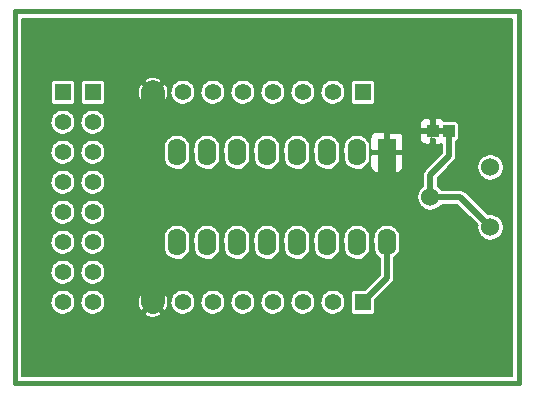
<source format=gbl>
G04 (created by PCBNEW-RS274X (2011-07-08)-stable) date Sun 23 Oct 2011 07:01:02 PM CEST*
G01*
G70*
G90*
%MOIN*%
G04 Gerber Fmt 3.4, Leading zero omitted, Abs format*
%FSLAX34Y34*%
G04 APERTURE LIST*
%ADD10C,0.006000*%
%ADD11C,0.015000*%
%ADD12R,0.055000X0.055000*%
%ADD13C,0.055000*%
%ADD14R,0.040000X0.040000*%
%ADD15C,0.060000*%
%ADD16R,0.062000X0.090000*%
%ADD17O,0.062000X0.090000*%
%ADD18C,0.020000*%
%ADD19C,0.080000*%
%ADD20C,0.060000*%
%ADD21C,0.008000*%
G04 APERTURE END LIST*
G54D10*
G54D11*
X58500Y-29800D02*
X41700Y-29800D01*
X41700Y-17400D02*
X58500Y-17400D01*
X58500Y-29800D02*
X58500Y-17400D01*
X41700Y-17400D02*
X41700Y-29800D01*
G54D12*
X44300Y-20100D03*
G54D13*
X44300Y-21100D03*
X44300Y-22100D03*
X44300Y-23100D03*
X44300Y-24100D03*
X44300Y-25100D03*
X44300Y-26100D03*
X44300Y-27100D03*
G54D12*
X43300Y-20100D03*
G54D13*
X43300Y-21100D03*
X43300Y-22100D03*
X43300Y-23100D03*
X43300Y-24100D03*
X43300Y-25100D03*
X43300Y-26100D03*
X43300Y-27100D03*
G54D12*
X53300Y-20100D03*
G54D13*
X52300Y-20100D03*
X51300Y-20100D03*
X50300Y-20100D03*
X49300Y-20100D03*
X48300Y-20100D03*
X47300Y-20100D03*
X46300Y-20100D03*
G54D12*
X53300Y-27100D03*
G54D13*
X52300Y-27100D03*
X51300Y-27100D03*
X50300Y-27100D03*
X49300Y-27100D03*
X48300Y-27100D03*
X47300Y-27100D03*
X46300Y-27100D03*
G54D14*
X55625Y-21400D03*
X56175Y-21400D03*
G54D15*
X55550Y-23600D03*
X57550Y-22600D03*
X57550Y-24600D03*
G54D16*
X54100Y-22100D03*
G54D17*
X53100Y-22100D03*
X52100Y-22100D03*
X51100Y-22100D03*
X50100Y-22100D03*
X49100Y-22100D03*
X48100Y-22100D03*
X47100Y-22100D03*
X47100Y-25100D03*
X48100Y-25100D03*
X49100Y-25100D03*
X50100Y-25100D03*
X51100Y-25100D03*
X52100Y-25100D03*
X53100Y-25100D03*
X54100Y-25100D03*
G54D18*
X55550Y-23600D02*
X56550Y-23600D01*
X56550Y-23600D02*
X57550Y-24600D01*
X55550Y-23600D02*
X55550Y-22850D01*
X56175Y-22225D02*
X56175Y-21400D01*
X55550Y-22850D02*
X56175Y-22225D01*
X56200Y-21425D02*
X56175Y-21400D01*
X55625Y-21400D02*
X56175Y-21400D01*
X55625Y-21400D02*
X54100Y-21400D01*
X54100Y-21400D02*
X54100Y-22100D01*
G54D19*
X46300Y-23600D02*
X54100Y-23600D01*
G54D20*
X54100Y-23600D02*
X54100Y-22100D01*
G54D19*
X46300Y-20100D02*
X46300Y-23600D01*
X46300Y-23600D02*
X46300Y-27100D01*
G54D18*
X54100Y-25100D02*
X54100Y-26300D01*
X54100Y-26300D02*
X53300Y-27100D01*
G54D10*
G36*
X58260Y-29560D02*
X57990Y-29560D01*
X57990Y-24557D01*
X57990Y-22557D01*
X57973Y-22472D01*
X57940Y-22393D01*
X57893Y-22321D01*
X57832Y-22259D01*
X57760Y-22211D01*
X57681Y-22178D01*
X57596Y-22160D01*
X57510Y-22160D01*
X57425Y-22176D01*
X57345Y-22208D01*
X57273Y-22255D01*
X57211Y-22316D01*
X57163Y-22387D01*
X57129Y-22466D01*
X57111Y-22551D01*
X57109Y-22637D01*
X57125Y-22722D01*
X57157Y-22802D01*
X57203Y-22874D01*
X57263Y-22937D01*
X57334Y-22986D01*
X57413Y-23020D01*
X57498Y-23039D01*
X57584Y-23041D01*
X57669Y-23026D01*
X57749Y-22995D01*
X57822Y-22948D01*
X57885Y-22889D01*
X57934Y-22818D01*
X57969Y-22740D01*
X57989Y-22656D01*
X57990Y-22557D01*
X57990Y-24557D01*
X57973Y-24472D01*
X57940Y-24393D01*
X57893Y-24321D01*
X57832Y-24259D01*
X57760Y-24211D01*
X57681Y-24178D01*
X57596Y-24160D01*
X57510Y-24160D01*
X57459Y-24169D01*
X56720Y-23430D01*
X56704Y-23417D01*
X56686Y-23402D01*
X56645Y-23379D01*
X56600Y-23365D01*
X56553Y-23360D01*
X56551Y-23360D01*
X56550Y-23360D01*
X55918Y-23360D01*
X55893Y-23321D01*
X55832Y-23259D01*
X55790Y-23231D01*
X55790Y-22949D01*
X56343Y-22396D01*
X56344Y-22395D01*
X56349Y-22389D01*
X56373Y-22361D01*
X56374Y-22359D01*
X56396Y-22320D01*
X56396Y-22318D01*
X56410Y-22275D01*
X56410Y-22273D01*
X56415Y-22228D01*
X56415Y-22225D01*
X56415Y-21734D01*
X56416Y-21734D01*
X56441Y-21723D01*
X56464Y-21708D01*
X56483Y-21689D01*
X56498Y-21666D01*
X56509Y-21641D01*
X56514Y-21614D01*
X56514Y-21587D01*
X56514Y-21186D01*
X56509Y-21159D01*
X56498Y-21134D01*
X56483Y-21111D01*
X56464Y-21092D01*
X56441Y-21077D01*
X56416Y-21066D01*
X56389Y-21061D01*
X56362Y-21061D01*
X56020Y-21061D01*
X56011Y-21047D01*
X55978Y-21013D01*
X55939Y-20987D01*
X55895Y-20969D01*
X55849Y-20960D01*
X55745Y-20960D01*
X55685Y-21020D01*
X55685Y-21160D01*
X55625Y-21160D01*
X55578Y-21165D01*
X55565Y-21168D01*
X55565Y-21020D01*
X55505Y-20960D01*
X55401Y-20960D01*
X55355Y-20969D01*
X55311Y-20987D01*
X55272Y-21013D01*
X55239Y-21047D01*
X55213Y-21086D01*
X55194Y-21129D01*
X55185Y-21175D01*
X55185Y-21222D01*
X55185Y-21280D01*
X55245Y-21340D01*
X55393Y-21340D01*
X55390Y-21352D01*
X55385Y-21398D01*
X55389Y-21445D01*
X55393Y-21460D01*
X55245Y-21460D01*
X55185Y-21520D01*
X55185Y-21578D01*
X55185Y-21625D01*
X55194Y-21671D01*
X55213Y-21714D01*
X55239Y-21753D01*
X55272Y-21787D01*
X55311Y-21813D01*
X55355Y-21831D01*
X55401Y-21840D01*
X55505Y-21840D01*
X55565Y-21780D01*
X55565Y-21631D01*
X55575Y-21635D01*
X55622Y-21640D01*
X55625Y-21640D01*
X55685Y-21640D01*
X55685Y-21780D01*
X55745Y-21840D01*
X55849Y-21840D01*
X55895Y-21831D01*
X55935Y-21814D01*
X55935Y-22125D01*
X55380Y-22680D01*
X55367Y-22695D01*
X55352Y-22714D01*
X55329Y-22755D01*
X55315Y-22800D01*
X55310Y-22847D01*
X55310Y-22849D01*
X55310Y-22850D01*
X55310Y-23230D01*
X55273Y-23255D01*
X55211Y-23316D01*
X55163Y-23387D01*
X55129Y-23466D01*
X55111Y-23551D01*
X55109Y-23637D01*
X55125Y-23722D01*
X55157Y-23802D01*
X55203Y-23874D01*
X55263Y-23937D01*
X55334Y-23986D01*
X55413Y-24020D01*
X55498Y-24039D01*
X55584Y-24041D01*
X55669Y-24026D01*
X55749Y-23995D01*
X55822Y-23948D01*
X55885Y-23889D01*
X55918Y-23840D01*
X56450Y-23840D01*
X57119Y-24509D01*
X57111Y-24551D01*
X57109Y-24637D01*
X57125Y-24722D01*
X57157Y-24802D01*
X57203Y-24874D01*
X57263Y-24937D01*
X57334Y-24986D01*
X57413Y-25020D01*
X57498Y-25039D01*
X57584Y-25041D01*
X57669Y-25026D01*
X57749Y-24995D01*
X57822Y-24948D01*
X57885Y-24889D01*
X57934Y-24818D01*
X57969Y-24740D01*
X57989Y-24656D01*
X57990Y-24557D01*
X57990Y-29560D01*
X54650Y-29560D01*
X54650Y-22575D01*
X54650Y-22528D01*
X54650Y-22220D01*
X54650Y-21980D01*
X54650Y-21672D01*
X54650Y-21625D01*
X54641Y-21579D01*
X54622Y-21536D01*
X54596Y-21497D01*
X54563Y-21463D01*
X54524Y-21437D01*
X54480Y-21419D01*
X54434Y-21410D01*
X54220Y-21410D01*
X54160Y-21470D01*
X54160Y-22040D01*
X54590Y-22040D01*
X54650Y-21980D01*
X54650Y-22220D01*
X54590Y-22160D01*
X54160Y-22160D01*
X54160Y-22730D01*
X54220Y-22790D01*
X54434Y-22790D01*
X54480Y-22781D01*
X54524Y-22763D01*
X54563Y-22737D01*
X54596Y-22703D01*
X54622Y-22664D01*
X54641Y-22621D01*
X54650Y-22575D01*
X54650Y-29560D01*
X54549Y-29560D01*
X54549Y-25204D01*
X54548Y-24914D01*
X54531Y-24828D01*
X54497Y-24747D01*
X54449Y-24673D01*
X54387Y-24611D01*
X54314Y-24562D01*
X54233Y-24528D01*
X54147Y-24510D01*
X54059Y-24510D01*
X54040Y-24513D01*
X54040Y-22730D01*
X54040Y-22160D01*
X54040Y-22040D01*
X54040Y-21470D01*
X53980Y-21410D01*
X53766Y-21410D01*
X53720Y-21419D01*
X53714Y-21421D01*
X53714Y-20389D01*
X53714Y-20362D01*
X53714Y-19811D01*
X53709Y-19784D01*
X53698Y-19759D01*
X53683Y-19736D01*
X53664Y-19717D01*
X53641Y-19702D01*
X53616Y-19691D01*
X53589Y-19686D01*
X53562Y-19686D01*
X53011Y-19686D01*
X52984Y-19691D01*
X52959Y-19702D01*
X52936Y-19717D01*
X52917Y-19736D01*
X52902Y-19759D01*
X52891Y-19784D01*
X52886Y-19811D01*
X52886Y-19838D01*
X52886Y-20389D01*
X52891Y-20416D01*
X52902Y-20441D01*
X52917Y-20464D01*
X52936Y-20483D01*
X52959Y-20498D01*
X52984Y-20509D01*
X53011Y-20514D01*
X53038Y-20514D01*
X53589Y-20514D01*
X53616Y-20509D01*
X53641Y-20498D01*
X53664Y-20483D01*
X53683Y-20464D01*
X53698Y-20441D01*
X53709Y-20416D01*
X53714Y-20389D01*
X53714Y-21421D01*
X53676Y-21437D01*
X53637Y-21463D01*
X53604Y-21497D01*
X53578Y-21536D01*
X53559Y-21579D01*
X53550Y-21625D01*
X53550Y-21672D01*
X53550Y-21980D01*
X53610Y-22040D01*
X54040Y-22040D01*
X54040Y-22160D01*
X53610Y-22160D01*
X53550Y-22220D01*
X53550Y-22528D01*
X53550Y-22575D01*
X53559Y-22621D01*
X53578Y-22664D01*
X53604Y-22703D01*
X53637Y-22737D01*
X53676Y-22763D01*
X53720Y-22781D01*
X53766Y-22790D01*
X53980Y-22790D01*
X54040Y-22730D01*
X54040Y-24513D01*
X53973Y-24526D01*
X53891Y-24559D01*
X53818Y-24607D01*
X53755Y-24669D01*
X53705Y-24741D01*
X53671Y-24822D01*
X53653Y-24908D01*
X53651Y-24996D01*
X53652Y-25286D01*
X53669Y-25372D01*
X53703Y-25453D01*
X53751Y-25527D01*
X53813Y-25589D01*
X53860Y-25620D01*
X53860Y-26200D01*
X53549Y-26511D01*
X53549Y-25204D01*
X53549Y-22204D01*
X53548Y-21914D01*
X53531Y-21828D01*
X53497Y-21747D01*
X53449Y-21673D01*
X53387Y-21611D01*
X53314Y-21562D01*
X53233Y-21528D01*
X53147Y-21510D01*
X53059Y-21510D01*
X52973Y-21526D01*
X52891Y-21559D01*
X52818Y-21607D01*
X52755Y-21669D01*
X52715Y-21726D01*
X52715Y-20059D01*
X52699Y-19979D01*
X52668Y-19904D01*
X52623Y-19836D01*
X52566Y-19778D01*
X52498Y-19733D01*
X52423Y-19702D01*
X52343Y-19685D01*
X52262Y-19685D01*
X52182Y-19700D01*
X52107Y-19731D01*
X52038Y-19775D01*
X51980Y-19832D01*
X51934Y-19899D01*
X51902Y-19974D01*
X51886Y-20054D01*
X51884Y-20135D01*
X51899Y-20215D01*
X51929Y-20291D01*
X51973Y-20359D01*
X52030Y-20418D01*
X52097Y-20464D01*
X52171Y-20497D01*
X52251Y-20514D01*
X52332Y-20516D01*
X52412Y-20502D01*
X52488Y-20472D01*
X52557Y-20428D01*
X52616Y-20372D01*
X52663Y-20306D01*
X52696Y-20231D01*
X52714Y-20152D01*
X52715Y-20059D01*
X52715Y-21726D01*
X52705Y-21741D01*
X52671Y-21822D01*
X52653Y-21908D01*
X52651Y-21996D01*
X52652Y-22286D01*
X52669Y-22372D01*
X52703Y-22453D01*
X52751Y-22527D01*
X52813Y-22589D01*
X52886Y-22638D01*
X52967Y-22672D01*
X53053Y-22690D01*
X53141Y-22690D01*
X53227Y-22674D01*
X53309Y-22641D01*
X53382Y-22593D01*
X53445Y-22531D01*
X53495Y-22459D01*
X53529Y-22378D01*
X53547Y-22292D01*
X53549Y-22204D01*
X53549Y-25204D01*
X53548Y-24914D01*
X53531Y-24828D01*
X53497Y-24747D01*
X53449Y-24673D01*
X53387Y-24611D01*
X53314Y-24562D01*
X53233Y-24528D01*
X53147Y-24510D01*
X53059Y-24510D01*
X52973Y-24526D01*
X52891Y-24559D01*
X52818Y-24607D01*
X52755Y-24669D01*
X52705Y-24741D01*
X52671Y-24822D01*
X52653Y-24908D01*
X52651Y-24996D01*
X52652Y-25286D01*
X52669Y-25372D01*
X52703Y-25453D01*
X52751Y-25527D01*
X52813Y-25589D01*
X52886Y-25638D01*
X52967Y-25672D01*
X53053Y-25690D01*
X53141Y-25690D01*
X53227Y-25674D01*
X53309Y-25641D01*
X53382Y-25593D01*
X53445Y-25531D01*
X53495Y-25459D01*
X53529Y-25378D01*
X53547Y-25292D01*
X53549Y-25204D01*
X53549Y-26511D01*
X53374Y-26686D01*
X53011Y-26686D01*
X52984Y-26691D01*
X52959Y-26702D01*
X52936Y-26717D01*
X52917Y-26736D01*
X52902Y-26759D01*
X52891Y-26784D01*
X52886Y-26811D01*
X52886Y-26838D01*
X52886Y-27389D01*
X52891Y-27416D01*
X52902Y-27441D01*
X52917Y-27464D01*
X52936Y-27483D01*
X52959Y-27498D01*
X52984Y-27509D01*
X53011Y-27514D01*
X53038Y-27514D01*
X53589Y-27514D01*
X53616Y-27509D01*
X53641Y-27498D01*
X53664Y-27483D01*
X53683Y-27464D01*
X53698Y-27441D01*
X53709Y-27416D01*
X53714Y-27389D01*
X53714Y-27362D01*
X53714Y-27025D01*
X54268Y-26471D01*
X54269Y-26470D01*
X54271Y-26466D01*
X54298Y-26436D01*
X54299Y-26433D01*
X54321Y-26395D01*
X54321Y-26393D01*
X54335Y-26350D01*
X54335Y-26348D01*
X54340Y-26303D01*
X54340Y-26300D01*
X54340Y-25620D01*
X54382Y-25593D01*
X54445Y-25531D01*
X54495Y-25459D01*
X54529Y-25378D01*
X54547Y-25292D01*
X54549Y-25204D01*
X54549Y-29560D01*
X52715Y-29560D01*
X52715Y-27059D01*
X52699Y-26979D01*
X52668Y-26904D01*
X52623Y-26836D01*
X52566Y-26778D01*
X52549Y-26766D01*
X52549Y-25204D01*
X52549Y-22204D01*
X52548Y-21914D01*
X52531Y-21828D01*
X52497Y-21747D01*
X52449Y-21673D01*
X52387Y-21611D01*
X52314Y-21562D01*
X52233Y-21528D01*
X52147Y-21510D01*
X52059Y-21510D01*
X51973Y-21526D01*
X51891Y-21559D01*
X51818Y-21607D01*
X51755Y-21669D01*
X51715Y-21726D01*
X51715Y-20059D01*
X51699Y-19979D01*
X51668Y-19904D01*
X51623Y-19836D01*
X51566Y-19778D01*
X51498Y-19733D01*
X51423Y-19702D01*
X51343Y-19685D01*
X51262Y-19685D01*
X51182Y-19700D01*
X51107Y-19731D01*
X51038Y-19775D01*
X50980Y-19832D01*
X50934Y-19899D01*
X50902Y-19974D01*
X50886Y-20054D01*
X50884Y-20135D01*
X50899Y-20215D01*
X50929Y-20291D01*
X50973Y-20359D01*
X51030Y-20418D01*
X51097Y-20464D01*
X51171Y-20497D01*
X51251Y-20514D01*
X51332Y-20516D01*
X51412Y-20502D01*
X51488Y-20472D01*
X51557Y-20428D01*
X51616Y-20372D01*
X51663Y-20306D01*
X51696Y-20231D01*
X51714Y-20152D01*
X51715Y-20059D01*
X51715Y-21726D01*
X51705Y-21741D01*
X51671Y-21822D01*
X51653Y-21908D01*
X51651Y-21996D01*
X51652Y-22286D01*
X51669Y-22372D01*
X51703Y-22453D01*
X51751Y-22527D01*
X51813Y-22589D01*
X51886Y-22638D01*
X51967Y-22672D01*
X52053Y-22690D01*
X52141Y-22690D01*
X52227Y-22674D01*
X52309Y-22641D01*
X52382Y-22593D01*
X52445Y-22531D01*
X52495Y-22459D01*
X52529Y-22378D01*
X52547Y-22292D01*
X52549Y-22204D01*
X52549Y-25204D01*
X52548Y-24914D01*
X52531Y-24828D01*
X52497Y-24747D01*
X52449Y-24673D01*
X52387Y-24611D01*
X52314Y-24562D01*
X52233Y-24528D01*
X52147Y-24510D01*
X52059Y-24510D01*
X51973Y-24526D01*
X51891Y-24559D01*
X51818Y-24607D01*
X51755Y-24669D01*
X51705Y-24741D01*
X51671Y-24822D01*
X51653Y-24908D01*
X51651Y-24996D01*
X51652Y-25286D01*
X51669Y-25372D01*
X51703Y-25453D01*
X51751Y-25527D01*
X51813Y-25589D01*
X51886Y-25638D01*
X51967Y-25672D01*
X52053Y-25690D01*
X52141Y-25690D01*
X52227Y-25674D01*
X52309Y-25641D01*
X52382Y-25593D01*
X52445Y-25531D01*
X52495Y-25459D01*
X52529Y-25378D01*
X52547Y-25292D01*
X52549Y-25204D01*
X52549Y-26766D01*
X52498Y-26733D01*
X52423Y-26702D01*
X52343Y-26685D01*
X52262Y-26685D01*
X52182Y-26700D01*
X52107Y-26731D01*
X52038Y-26775D01*
X51980Y-26832D01*
X51934Y-26899D01*
X51902Y-26974D01*
X51886Y-27054D01*
X51884Y-27135D01*
X51899Y-27215D01*
X51929Y-27291D01*
X51973Y-27359D01*
X52030Y-27418D01*
X52097Y-27464D01*
X52171Y-27497D01*
X52251Y-27514D01*
X52332Y-27516D01*
X52412Y-27502D01*
X52488Y-27472D01*
X52557Y-27428D01*
X52616Y-27372D01*
X52663Y-27306D01*
X52696Y-27231D01*
X52714Y-27152D01*
X52715Y-27059D01*
X52715Y-29560D01*
X51715Y-29560D01*
X51715Y-27059D01*
X51699Y-26979D01*
X51668Y-26904D01*
X51623Y-26836D01*
X51566Y-26778D01*
X51549Y-26766D01*
X51549Y-25204D01*
X51549Y-22204D01*
X51548Y-21914D01*
X51531Y-21828D01*
X51497Y-21747D01*
X51449Y-21673D01*
X51387Y-21611D01*
X51314Y-21562D01*
X51233Y-21528D01*
X51147Y-21510D01*
X51059Y-21510D01*
X50973Y-21526D01*
X50891Y-21559D01*
X50818Y-21607D01*
X50755Y-21669D01*
X50715Y-21726D01*
X50715Y-20059D01*
X50699Y-19979D01*
X50668Y-19904D01*
X50623Y-19836D01*
X50566Y-19778D01*
X50498Y-19733D01*
X50423Y-19702D01*
X50343Y-19685D01*
X50262Y-19685D01*
X50182Y-19700D01*
X50107Y-19731D01*
X50038Y-19775D01*
X49980Y-19832D01*
X49934Y-19899D01*
X49902Y-19974D01*
X49886Y-20054D01*
X49884Y-20135D01*
X49899Y-20215D01*
X49929Y-20291D01*
X49973Y-20359D01*
X50030Y-20418D01*
X50097Y-20464D01*
X50171Y-20497D01*
X50251Y-20514D01*
X50332Y-20516D01*
X50412Y-20502D01*
X50488Y-20472D01*
X50557Y-20428D01*
X50616Y-20372D01*
X50663Y-20306D01*
X50696Y-20231D01*
X50714Y-20152D01*
X50715Y-20059D01*
X50715Y-21726D01*
X50705Y-21741D01*
X50671Y-21822D01*
X50653Y-21908D01*
X50651Y-21996D01*
X50652Y-22286D01*
X50669Y-22372D01*
X50703Y-22453D01*
X50751Y-22527D01*
X50813Y-22589D01*
X50886Y-22638D01*
X50967Y-22672D01*
X51053Y-22690D01*
X51141Y-22690D01*
X51227Y-22674D01*
X51309Y-22641D01*
X51382Y-22593D01*
X51445Y-22531D01*
X51495Y-22459D01*
X51529Y-22378D01*
X51547Y-22292D01*
X51549Y-22204D01*
X51549Y-25204D01*
X51548Y-24914D01*
X51531Y-24828D01*
X51497Y-24747D01*
X51449Y-24673D01*
X51387Y-24611D01*
X51314Y-24562D01*
X51233Y-24528D01*
X51147Y-24510D01*
X51059Y-24510D01*
X50973Y-24526D01*
X50891Y-24559D01*
X50818Y-24607D01*
X50755Y-24669D01*
X50705Y-24741D01*
X50671Y-24822D01*
X50653Y-24908D01*
X50651Y-24996D01*
X50652Y-25286D01*
X50669Y-25372D01*
X50703Y-25453D01*
X50751Y-25527D01*
X50813Y-25589D01*
X50886Y-25638D01*
X50967Y-25672D01*
X51053Y-25690D01*
X51141Y-25690D01*
X51227Y-25674D01*
X51309Y-25641D01*
X51382Y-25593D01*
X51445Y-25531D01*
X51495Y-25459D01*
X51529Y-25378D01*
X51547Y-25292D01*
X51549Y-25204D01*
X51549Y-26766D01*
X51498Y-26733D01*
X51423Y-26702D01*
X51343Y-26685D01*
X51262Y-26685D01*
X51182Y-26700D01*
X51107Y-26731D01*
X51038Y-26775D01*
X50980Y-26832D01*
X50934Y-26899D01*
X50902Y-26974D01*
X50886Y-27054D01*
X50884Y-27135D01*
X50899Y-27215D01*
X50929Y-27291D01*
X50973Y-27359D01*
X51030Y-27418D01*
X51097Y-27464D01*
X51171Y-27497D01*
X51251Y-27514D01*
X51332Y-27516D01*
X51412Y-27502D01*
X51488Y-27472D01*
X51557Y-27428D01*
X51616Y-27372D01*
X51663Y-27306D01*
X51696Y-27231D01*
X51714Y-27152D01*
X51715Y-27059D01*
X51715Y-29560D01*
X50715Y-29560D01*
X50715Y-27059D01*
X50699Y-26979D01*
X50668Y-26904D01*
X50623Y-26836D01*
X50566Y-26778D01*
X50549Y-26766D01*
X50549Y-25204D01*
X50549Y-22204D01*
X50548Y-21914D01*
X50531Y-21828D01*
X50497Y-21747D01*
X50449Y-21673D01*
X50387Y-21611D01*
X50314Y-21562D01*
X50233Y-21528D01*
X50147Y-21510D01*
X50059Y-21510D01*
X49973Y-21526D01*
X49891Y-21559D01*
X49818Y-21607D01*
X49755Y-21669D01*
X49715Y-21726D01*
X49715Y-20059D01*
X49699Y-19979D01*
X49668Y-19904D01*
X49623Y-19836D01*
X49566Y-19778D01*
X49498Y-19733D01*
X49423Y-19702D01*
X49343Y-19685D01*
X49262Y-19685D01*
X49182Y-19700D01*
X49107Y-19731D01*
X49038Y-19775D01*
X48980Y-19832D01*
X48934Y-19899D01*
X48902Y-19974D01*
X48886Y-20054D01*
X48884Y-20135D01*
X48899Y-20215D01*
X48929Y-20291D01*
X48973Y-20359D01*
X49030Y-20418D01*
X49097Y-20464D01*
X49171Y-20497D01*
X49251Y-20514D01*
X49332Y-20516D01*
X49412Y-20502D01*
X49488Y-20472D01*
X49557Y-20428D01*
X49616Y-20372D01*
X49663Y-20306D01*
X49696Y-20231D01*
X49714Y-20152D01*
X49715Y-20059D01*
X49715Y-21726D01*
X49705Y-21741D01*
X49671Y-21822D01*
X49653Y-21908D01*
X49651Y-21996D01*
X49652Y-22286D01*
X49669Y-22372D01*
X49703Y-22453D01*
X49751Y-22527D01*
X49813Y-22589D01*
X49886Y-22638D01*
X49967Y-22672D01*
X50053Y-22690D01*
X50141Y-22690D01*
X50227Y-22674D01*
X50309Y-22641D01*
X50382Y-22593D01*
X50445Y-22531D01*
X50495Y-22459D01*
X50529Y-22378D01*
X50547Y-22292D01*
X50549Y-22204D01*
X50549Y-25204D01*
X50548Y-24914D01*
X50531Y-24828D01*
X50497Y-24747D01*
X50449Y-24673D01*
X50387Y-24611D01*
X50314Y-24562D01*
X50233Y-24528D01*
X50147Y-24510D01*
X50059Y-24510D01*
X49973Y-24526D01*
X49891Y-24559D01*
X49818Y-24607D01*
X49755Y-24669D01*
X49705Y-24741D01*
X49671Y-24822D01*
X49653Y-24908D01*
X49651Y-24996D01*
X49652Y-25286D01*
X49669Y-25372D01*
X49703Y-25453D01*
X49751Y-25527D01*
X49813Y-25589D01*
X49886Y-25638D01*
X49967Y-25672D01*
X50053Y-25690D01*
X50141Y-25690D01*
X50227Y-25674D01*
X50309Y-25641D01*
X50382Y-25593D01*
X50445Y-25531D01*
X50495Y-25459D01*
X50529Y-25378D01*
X50547Y-25292D01*
X50549Y-25204D01*
X50549Y-26766D01*
X50498Y-26733D01*
X50423Y-26702D01*
X50343Y-26685D01*
X50262Y-26685D01*
X50182Y-26700D01*
X50107Y-26731D01*
X50038Y-26775D01*
X49980Y-26832D01*
X49934Y-26899D01*
X49902Y-26974D01*
X49886Y-27054D01*
X49884Y-27135D01*
X49899Y-27215D01*
X49929Y-27291D01*
X49973Y-27359D01*
X50030Y-27418D01*
X50097Y-27464D01*
X50171Y-27497D01*
X50251Y-27514D01*
X50332Y-27516D01*
X50412Y-27502D01*
X50488Y-27472D01*
X50557Y-27428D01*
X50616Y-27372D01*
X50663Y-27306D01*
X50696Y-27231D01*
X50714Y-27152D01*
X50715Y-27059D01*
X50715Y-29560D01*
X49715Y-29560D01*
X49715Y-27059D01*
X49699Y-26979D01*
X49668Y-26904D01*
X49623Y-26836D01*
X49566Y-26778D01*
X49549Y-26766D01*
X49549Y-25204D01*
X49549Y-22204D01*
X49548Y-21914D01*
X49531Y-21828D01*
X49497Y-21747D01*
X49449Y-21673D01*
X49387Y-21611D01*
X49314Y-21562D01*
X49233Y-21528D01*
X49147Y-21510D01*
X49059Y-21510D01*
X48973Y-21526D01*
X48891Y-21559D01*
X48818Y-21607D01*
X48755Y-21669D01*
X48715Y-21726D01*
X48715Y-20059D01*
X48699Y-19979D01*
X48668Y-19904D01*
X48623Y-19836D01*
X48566Y-19778D01*
X48498Y-19733D01*
X48423Y-19702D01*
X48343Y-19685D01*
X48262Y-19685D01*
X48182Y-19700D01*
X48107Y-19731D01*
X48038Y-19775D01*
X47980Y-19832D01*
X47934Y-19899D01*
X47902Y-19974D01*
X47886Y-20054D01*
X47884Y-20135D01*
X47899Y-20215D01*
X47929Y-20291D01*
X47973Y-20359D01*
X48030Y-20418D01*
X48097Y-20464D01*
X48171Y-20497D01*
X48251Y-20514D01*
X48332Y-20516D01*
X48412Y-20502D01*
X48488Y-20472D01*
X48557Y-20428D01*
X48616Y-20372D01*
X48663Y-20306D01*
X48696Y-20231D01*
X48714Y-20152D01*
X48715Y-20059D01*
X48715Y-21726D01*
X48705Y-21741D01*
X48671Y-21822D01*
X48653Y-21908D01*
X48651Y-21996D01*
X48652Y-22286D01*
X48669Y-22372D01*
X48703Y-22453D01*
X48751Y-22527D01*
X48813Y-22589D01*
X48886Y-22638D01*
X48967Y-22672D01*
X49053Y-22690D01*
X49141Y-22690D01*
X49227Y-22674D01*
X49309Y-22641D01*
X49382Y-22593D01*
X49445Y-22531D01*
X49495Y-22459D01*
X49529Y-22378D01*
X49547Y-22292D01*
X49549Y-22204D01*
X49549Y-25204D01*
X49548Y-24914D01*
X49531Y-24828D01*
X49497Y-24747D01*
X49449Y-24673D01*
X49387Y-24611D01*
X49314Y-24562D01*
X49233Y-24528D01*
X49147Y-24510D01*
X49059Y-24510D01*
X48973Y-24526D01*
X48891Y-24559D01*
X48818Y-24607D01*
X48755Y-24669D01*
X48705Y-24741D01*
X48671Y-24822D01*
X48653Y-24908D01*
X48651Y-24996D01*
X48652Y-25286D01*
X48669Y-25372D01*
X48703Y-25453D01*
X48751Y-25527D01*
X48813Y-25589D01*
X48886Y-25638D01*
X48967Y-25672D01*
X49053Y-25690D01*
X49141Y-25690D01*
X49227Y-25674D01*
X49309Y-25641D01*
X49382Y-25593D01*
X49445Y-25531D01*
X49495Y-25459D01*
X49529Y-25378D01*
X49547Y-25292D01*
X49549Y-25204D01*
X49549Y-26766D01*
X49498Y-26733D01*
X49423Y-26702D01*
X49343Y-26685D01*
X49262Y-26685D01*
X49182Y-26700D01*
X49107Y-26731D01*
X49038Y-26775D01*
X48980Y-26832D01*
X48934Y-26899D01*
X48902Y-26974D01*
X48886Y-27054D01*
X48884Y-27135D01*
X48899Y-27215D01*
X48929Y-27291D01*
X48973Y-27359D01*
X49030Y-27418D01*
X49097Y-27464D01*
X49171Y-27497D01*
X49251Y-27514D01*
X49332Y-27516D01*
X49412Y-27502D01*
X49488Y-27472D01*
X49557Y-27428D01*
X49616Y-27372D01*
X49663Y-27306D01*
X49696Y-27231D01*
X49714Y-27152D01*
X49715Y-27059D01*
X49715Y-29560D01*
X48715Y-29560D01*
X48715Y-27059D01*
X48699Y-26979D01*
X48668Y-26904D01*
X48623Y-26836D01*
X48566Y-26778D01*
X48549Y-26766D01*
X48549Y-25204D01*
X48549Y-22204D01*
X48548Y-21914D01*
X48531Y-21828D01*
X48497Y-21747D01*
X48449Y-21673D01*
X48387Y-21611D01*
X48314Y-21562D01*
X48233Y-21528D01*
X48147Y-21510D01*
X48059Y-21510D01*
X47973Y-21526D01*
X47891Y-21559D01*
X47818Y-21607D01*
X47755Y-21669D01*
X47715Y-21726D01*
X47715Y-20059D01*
X47699Y-19979D01*
X47668Y-19904D01*
X47623Y-19836D01*
X47566Y-19778D01*
X47498Y-19733D01*
X47423Y-19702D01*
X47343Y-19685D01*
X47262Y-19685D01*
X47182Y-19700D01*
X47107Y-19731D01*
X47038Y-19775D01*
X46980Y-19832D01*
X46934Y-19899D01*
X46902Y-19974D01*
X46886Y-20054D01*
X46884Y-20135D01*
X46899Y-20215D01*
X46929Y-20291D01*
X46973Y-20359D01*
X47030Y-20418D01*
X47097Y-20464D01*
X47171Y-20497D01*
X47251Y-20514D01*
X47332Y-20516D01*
X47412Y-20502D01*
X47488Y-20472D01*
X47557Y-20428D01*
X47616Y-20372D01*
X47663Y-20306D01*
X47696Y-20231D01*
X47714Y-20152D01*
X47715Y-20059D01*
X47715Y-21726D01*
X47705Y-21741D01*
X47671Y-21822D01*
X47653Y-21908D01*
X47651Y-21996D01*
X47652Y-22286D01*
X47669Y-22372D01*
X47703Y-22453D01*
X47751Y-22527D01*
X47813Y-22589D01*
X47886Y-22638D01*
X47967Y-22672D01*
X48053Y-22690D01*
X48141Y-22690D01*
X48227Y-22674D01*
X48309Y-22641D01*
X48382Y-22593D01*
X48445Y-22531D01*
X48495Y-22459D01*
X48529Y-22378D01*
X48547Y-22292D01*
X48549Y-22204D01*
X48549Y-25204D01*
X48548Y-24914D01*
X48531Y-24828D01*
X48497Y-24747D01*
X48449Y-24673D01*
X48387Y-24611D01*
X48314Y-24562D01*
X48233Y-24528D01*
X48147Y-24510D01*
X48059Y-24510D01*
X47973Y-24526D01*
X47891Y-24559D01*
X47818Y-24607D01*
X47755Y-24669D01*
X47705Y-24741D01*
X47671Y-24822D01*
X47653Y-24908D01*
X47651Y-24996D01*
X47652Y-25286D01*
X47669Y-25372D01*
X47703Y-25453D01*
X47751Y-25527D01*
X47813Y-25589D01*
X47886Y-25638D01*
X47967Y-25672D01*
X48053Y-25690D01*
X48141Y-25690D01*
X48227Y-25674D01*
X48309Y-25641D01*
X48382Y-25593D01*
X48445Y-25531D01*
X48495Y-25459D01*
X48529Y-25378D01*
X48547Y-25292D01*
X48549Y-25204D01*
X48549Y-26766D01*
X48498Y-26733D01*
X48423Y-26702D01*
X48343Y-26685D01*
X48262Y-26685D01*
X48182Y-26700D01*
X48107Y-26731D01*
X48038Y-26775D01*
X47980Y-26832D01*
X47934Y-26899D01*
X47902Y-26974D01*
X47886Y-27054D01*
X47884Y-27135D01*
X47899Y-27215D01*
X47929Y-27291D01*
X47973Y-27359D01*
X48030Y-27418D01*
X48097Y-27464D01*
X48171Y-27497D01*
X48251Y-27514D01*
X48332Y-27516D01*
X48412Y-27502D01*
X48488Y-27472D01*
X48557Y-27428D01*
X48616Y-27372D01*
X48663Y-27306D01*
X48696Y-27231D01*
X48714Y-27152D01*
X48715Y-27059D01*
X48715Y-29560D01*
X47715Y-29560D01*
X47715Y-27059D01*
X47699Y-26979D01*
X47668Y-26904D01*
X47623Y-26836D01*
X47566Y-26778D01*
X47549Y-26766D01*
X47549Y-25204D01*
X47549Y-22204D01*
X47548Y-21914D01*
X47531Y-21828D01*
X47497Y-21747D01*
X47449Y-21673D01*
X47387Y-21611D01*
X47314Y-21562D01*
X47233Y-21528D01*
X47147Y-21510D01*
X47059Y-21510D01*
X46973Y-21526D01*
X46891Y-21559D01*
X46818Y-21607D01*
X46813Y-21611D01*
X46813Y-20062D01*
X46796Y-19963D01*
X46760Y-19869D01*
X46748Y-19848D01*
X46661Y-19824D01*
X46576Y-19909D01*
X46576Y-19739D01*
X46552Y-19652D01*
X46461Y-19611D01*
X46362Y-19589D01*
X46262Y-19587D01*
X46163Y-19604D01*
X46069Y-19640D01*
X46048Y-19652D01*
X46024Y-19739D01*
X46300Y-20015D01*
X46576Y-19739D01*
X46576Y-19909D01*
X46385Y-20100D01*
X46661Y-20376D01*
X46748Y-20352D01*
X46789Y-20261D01*
X46811Y-20162D01*
X46813Y-20062D01*
X46813Y-21611D01*
X46755Y-21669D01*
X46705Y-21741D01*
X46671Y-21822D01*
X46653Y-21908D01*
X46651Y-21996D01*
X46652Y-22286D01*
X46669Y-22372D01*
X46703Y-22453D01*
X46751Y-22527D01*
X46813Y-22589D01*
X46886Y-22638D01*
X46967Y-22672D01*
X47053Y-22690D01*
X47141Y-22690D01*
X47227Y-22674D01*
X47309Y-22641D01*
X47382Y-22593D01*
X47445Y-22531D01*
X47495Y-22459D01*
X47529Y-22378D01*
X47547Y-22292D01*
X47549Y-22204D01*
X47549Y-25204D01*
X47548Y-24914D01*
X47531Y-24828D01*
X47497Y-24747D01*
X47449Y-24673D01*
X47387Y-24611D01*
X47314Y-24562D01*
X47233Y-24528D01*
X47147Y-24510D01*
X47059Y-24510D01*
X46973Y-24526D01*
X46891Y-24559D01*
X46818Y-24607D01*
X46755Y-24669D01*
X46705Y-24741D01*
X46671Y-24822D01*
X46653Y-24908D01*
X46651Y-24996D01*
X46652Y-25286D01*
X46669Y-25372D01*
X46703Y-25453D01*
X46751Y-25527D01*
X46813Y-25589D01*
X46886Y-25638D01*
X46967Y-25672D01*
X47053Y-25690D01*
X47141Y-25690D01*
X47227Y-25674D01*
X47309Y-25641D01*
X47382Y-25593D01*
X47445Y-25531D01*
X47495Y-25459D01*
X47529Y-25378D01*
X47547Y-25292D01*
X47549Y-25204D01*
X47549Y-26766D01*
X47498Y-26733D01*
X47423Y-26702D01*
X47343Y-26685D01*
X47262Y-26685D01*
X47182Y-26700D01*
X47107Y-26731D01*
X47038Y-26775D01*
X46980Y-26832D01*
X46934Y-26899D01*
X46902Y-26974D01*
X46886Y-27054D01*
X46884Y-27135D01*
X46899Y-27215D01*
X46929Y-27291D01*
X46973Y-27359D01*
X47030Y-27418D01*
X47097Y-27464D01*
X47171Y-27497D01*
X47251Y-27514D01*
X47332Y-27516D01*
X47412Y-27502D01*
X47488Y-27472D01*
X47557Y-27428D01*
X47616Y-27372D01*
X47663Y-27306D01*
X47696Y-27231D01*
X47714Y-27152D01*
X47715Y-27059D01*
X47715Y-29560D01*
X46813Y-29560D01*
X46813Y-27062D01*
X46796Y-26963D01*
X46760Y-26869D01*
X46748Y-26848D01*
X46661Y-26824D01*
X46576Y-26909D01*
X46576Y-26739D01*
X46576Y-20461D01*
X46300Y-20185D01*
X46215Y-20270D01*
X46215Y-20100D01*
X45939Y-19824D01*
X45852Y-19848D01*
X45811Y-19939D01*
X45789Y-20038D01*
X45787Y-20138D01*
X45804Y-20237D01*
X45840Y-20331D01*
X45852Y-20352D01*
X45939Y-20376D01*
X46215Y-20100D01*
X46215Y-20270D01*
X46024Y-20461D01*
X46048Y-20548D01*
X46139Y-20589D01*
X46238Y-20611D01*
X46338Y-20613D01*
X46437Y-20596D01*
X46531Y-20560D01*
X46552Y-20548D01*
X46576Y-20461D01*
X46576Y-26739D01*
X46552Y-26652D01*
X46461Y-26611D01*
X46362Y-26589D01*
X46262Y-26587D01*
X46163Y-26604D01*
X46069Y-26640D01*
X46048Y-26652D01*
X46024Y-26739D01*
X46300Y-27015D01*
X46576Y-26739D01*
X46576Y-26909D01*
X46385Y-27100D01*
X46661Y-27376D01*
X46748Y-27352D01*
X46789Y-27261D01*
X46811Y-27162D01*
X46813Y-27062D01*
X46813Y-29560D01*
X46576Y-29560D01*
X46576Y-27461D01*
X46300Y-27185D01*
X46215Y-27270D01*
X46215Y-27100D01*
X45939Y-26824D01*
X45852Y-26848D01*
X45811Y-26939D01*
X45789Y-27038D01*
X45787Y-27138D01*
X45804Y-27237D01*
X45840Y-27331D01*
X45852Y-27352D01*
X45939Y-27376D01*
X46215Y-27100D01*
X46215Y-27270D01*
X46024Y-27461D01*
X46048Y-27548D01*
X46139Y-27589D01*
X46238Y-27611D01*
X46338Y-27613D01*
X46437Y-27596D01*
X46531Y-27560D01*
X46552Y-27548D01*
X46576Y-27461D01*
X46576Y-29560D01*
X44715Y-29560D01*
X44715Y-27059D01*
X44715Y-26059D01*
X44715Y-25059D01*
X44715Y-24059D01*
X44715Y-23059D01*
X44715Y-22059D01*
X44715Y-21059D01*
X44714Y-21054D01*
X44714Y-20389D01*
X44714Y-20362D01*
X44714Y-19811D01*
X44709Y-19784D01*
X44698Y-19759D01*
X44683Y-19736D01*
X44664Y-19717D01*
X44641Y-19702D01*
X44616Y-19691D01*
X44589Y-19686D01*
X44562Y-19686D01*
X44011Y-19686D01*
X43984Y-19691D01*
X43959Y-19702D01*
X43936Y-19717D01*
X43917Y-19736D01*
X43902Y-19759D01*
X43891Y-19784D01*
X43886Y-19811D01*
X43886Y-19838D01*
X43886Y-20389D01*
X43891Y-20416D01*
X43902Y-20441D01*
X43917Y-20464D01*
X43936Y-20483D01*
X43959Y-20498D01*
X43984Y-20509D01*
X44011Y-20514D01*
X44038Y-20514D01*
X44589Y-20514D01*
X44616Y-20509D01*
X44641Y-20498D01*
X44664Y-20483D01*
X44683Y-20464D01*
X44698Y-20441D01*
X44709Y-20416D01*
X44714Y-20389D01*
X44714Y-21054D01*
X44699Y-20979D01*
X44668Y-20904D01*
X44623Y-20836D01*
X44566Y-20778D01*
X44498Y-20733D01*
X44423Y-20702D01*
X44343Y-20685D01*
X44262Y-20685D01*
X44182Y-20700D01*
X44107Y-20731D01*
X44038Y-20775D01*
X43980Y-20832D01*
X43934Y-20899D01*
X43902Y-20974D01*
X43886Y-21054D01*
X43884Y-21135D01*
X43899Y-21215D01*
X43929Y-21291D01*
X43973Y-21359D01*
X44030Y-21418D01*
X44097Y-21464D01*
X44171Y-21497D01*
X44251Y-21514D01*
X44332Y-21516D01*
X44412Y-21502D01*
X44488Y-21472D01*
X44557Y-21428D01*
X44616Y-21372D01*
X44663Y-21306D01*
X44696Y-21231D01*
X44714Y-21152D01*
X44715Y-21059D01*
X44715Y-22059D01*
X44699Y-21979D01*
X44668Y-21904D01*
X44623Y-21836D01*
X44566Y-21778D01*
X44498Y-21733D01*
X44423Y-21702D01*
X44343Y-21685D01*
X44262Y-21685D01*
X44182Y-21700D01*
X44107Y-21731D01*
X44038Y-21775D01*
X43980Y-21832D01*
X43934Y-21899D01*
X43902Y-21974D01*
X43886Y-22054D01*
X43884Y-22135D01*
X43899Y-22215D01*
X43929Y-22291D01*
X43973Y-22359D01*
X44030Y-22418D01*
X44097Y-22464D01*
X44171Y-22497D01*
X44251Y-22514D01*
X44332Y-22516D01*
X44412Y-22502D01*
X44488Y-22472D01*
X44557Y-22428D01*
X44616Y-22372D01*
X44663Y-22306D01*
X44696Y-22231D01*
X44714Y-22152D01*
X44715Y-22059D01*
X44715Y-23059D01*
X44699Y-22979D01*
X44668Y-22904D01*
X44623Y-22836D01*
X44566Y-22778D01*
X44498Y-22733D01*
X44423Y-22702D01*
X44343Y-22685D01*
X44262Y-22685D01*
X44182Y-22700D01*
X44107Y-22731D01*
X44038Y-22775D01*
X43980Y-22832D01*
X43934Y-22899D01*
X43902Y-22974D01*
X43886Y-23054D01*
X43884Y-23135D01*
X43899Y-23215D01*
X43929Y-23291D01*
X43973Y-23359D01*
X44030Y-23418D01*
X44097Y-23464D01*
X44171Y-23497D01*
X44251Y-23514D01*
X44332Y-23516D01*
X44412Y-23502D01*
X44488Y-23472D01*
X44557Y-23428D01*
X44616Y-23372D01*
X44663Y-23306D01*
X44696Y-23231D01*
X44714Y-23152D01*
X44715Y-23059D01*
X44715Y-24059D01*
X44699Y-23979D01*
X44668Y-23904D01*
X44623Y-23836D01*
X44566Y-23778D01*
X44498Y-23733D01*
X44423Y-23702D01*
X44343Y-23685D01*
X44262Y-23685D01*
X44182Y-23700D01*
X44107Y-23731D01*
X44038Y-23775D01*
X43980Y-23832D01*
X43934Y-23899D01*
X43902Y-23974D01*
X43886Y-24054D01*
X43884Y-24135D01*
X43899Y-24215D01*
X43929Y-24291D01*
X43973Y-24359D01*
X44030Y-24418D01*
X44097Y-24464D01*
X44171Y-24497D01*
X44251Y-24514D01*
X44332Y-24516D01*
X44412Y-24502D01*
X44488Y-24472D01*
X44557Y-24428D01*
X44616Y-24372D01*
X44663Y-24306D01*
X44696Y-24231D01*
X44714Y-24152D01*
X44715Y-24059D01*
X44715Y-25059D01*
X44699Y-24979D01*
X44668Y-24904D01*
X44623Y-24836D01*
X44566Y-24778D01*
X44498Y-24733D01*
X44423Y-24702D01*
X44343Y-24685D01*
X44262Y-24685D01*
X44182Y-24700D01*
X44107Y-24731D01*
X44038Y-24775D01*
X43980Y-24832D01*
X43934Y-24899D01*
X43902Y-24974D01*
X43886Y-25054D01*
X43884Y-25135D01*
X43899Y-25215D01*
X43929Y-25291D01*
X43973Y-25359D01*
X44030Y-25418D01*
X44097Y-25464D01*
X44171Y-25497D01*
X44251Y-25514D01*
X44332Y-25516D01*
X44412Y-25502D01*
X44488Y-25472D01*
X44557Y-25428D01*
X44616Y-25372D01*
X44663Y-25306D01*
X44696Y-25231D01*
X44714Y-25152D01*
X44715Y-25059D01*
X44715Y-26059D01*
X44699Y-25979D01*
X44668Y-25904D01*
X44623Y-25836D01*
X44566Y-25778D01*
X44498Y-25733D01*
X44423Y-25702D01*
X44343Y-25685D01*
X44262Y-25685D01*
X44182Y-25700D01*
X44107Y-25731D01*
X44038Y-25775D01*
X43980Y-25832D01*
X43934Y-25899D01*
X43902Y-25974D01*
X43886Y-26054D01*
X43884Y-26135D01*
X43899Y-26215D01*
X43929Y-26291D01*
X43973Y-26359D01*
X44030Y-26418D01*
X44097Y-26464D01*
X44171Y-26497D01*
X44251Y-26514D01*
X44332Y-26516D01*
X44412Y-26502D01*
X44488Y-26472D01*
X44557Y-26428D01*
X44616Y-26372D01*
X44663Y-26306D01*
X44696Y-26231D01*
X44714Y-26152D01*
X44715Y-26059D01*
X44715Y-27059D01*
X44699Y-26979D01*
X44668Y-26904D01*
X44623Y-26836D01*
X44566Y-26778D01*
X44498Y-26733D01*
X44423Y-26702D01*
X44343Y-26685D01*
X44262Y-26685D01*
X44182Y-26700D01*
X44107Y-26731D01*
X44038Y-26775D01*
X43980Y-26832D01*
X43934Y-26899D01*
X43902Y-26974D01*
X43886Y-27054D01*
X43884Y-27135D01*
X43899Y-27215D01*
X43929Y-27291D01*
X43973Y-27359D01*
X44030Y-27418D01*
X44097Y-27464D01*
X44171Y-27497D01*
X44251Y-27514D01*
X44332Y-27516D01*
X44412Y-27502D01*
X44488Y-27472D01*
X44557Y-27428D01*
X44616Y-27372D01*
X44663Y-27306D01*
X44696Y-27231D01*
X44714Y-27152D01*
X44715Y-27059D01*
X44715Y-29560D01*
X43715Y-29560D01*
X43715Y-27059D01*
X43715Y-26059D01*
X43715Y-25059D01*
X43715Y-24059D01*
X43715Y-23059D01*
X43715Y-22059D01*
X43715Y-21059D01*
X43714Y-21054D01*
X43714Y-20389D01*
X43714Y-20362D01*
X43714Y-19811D01*
X43709Y-19784D01*
X43698Y-19759D01*
X43683Y-19736D01*
X43664Y-19717D01*
X43641Y-19702D01*
X43616Y-19691D01*
X43589Y-19686D01*
X43562Y-19686D01*
X43011Y-19686D01*
X42984Y-19691D01*
X42959Y-19702D01*
X42936Y-19717D01*
X42917Y-19736D01*
X42902Y-19759D01*
X42891Y-19784D01*
X42886Y-19811D01*
X42886Y-19838D01*
X42886Y-20389D01*
X42891Y-20416D01*
X42902Y-20441D01*
X42917Y-20464D01*
X42936Y-20483D01*
X42959Y-20498D01*
X42984Y-20509D01*
X43011Y-20514D01*
X43038Y-20514D01*
X43589Y-20514D01*
X43616Y-20509D01*
X43641Y-20498D01*
X43664Y-20483D01*
X43683Y-20464D01*
X43698Y-20441D01*
X43709Y-20416D01*
X43714Y-20389D01*
X43714Y-21054D01*
X43699Y-20979D01*
X43668Y-20904D01*
X43623Y-20836D01*
X43566Y-20778D01*
X43498Y-20733D01*
X43423Y-20702D01*
X43343Y-20685D01*
X43262Y-20685D01*
X43182Y-20700D01*
X43107Y-20731D01*
X43038Y-20775D01*
X42980Y-20832D01*
X42934Y-20899D01*
X42902Y-20974D01*
X42886Y-21054D01*
X42884Y-21135D01*
X42899Y-21215D01*
X42929Y-21291D01*
X42973Y-21359D01*
X43030Y-21418D01*
X43097Y-21464D01*
X43171Y-21497D01*
X43251Y-21514D01*
X43332Y-21516D01*
X43412Y-21502D01*
X43488Y-21472D01*
X43557Y-21428D01*
X43616Y-21372D01*
X43663Y-21306D01*
X43696Y-21231D01*
X43714Y-21152D01*
X43715Y-21059D01*
X43715Y-22059D01*
X43699Y-21979D01*
X43668Y-21904D01*
X43623Y-21836D01*
X43566Y-21778D01*
X43498Y-21733D01*
X43423Y-21702D01*
X43343Y-21685D01*
X43262Y-21685D01*
X43182Y-21700D01*
X43107Y-21731D01*
X43038Y-21775D01*
X42980Y-21832D01*
X42934Y-21899D01*
X42902Y-21974D01*
X42886Y-22054D01*
X42884Y-22135D01*
X42899Y-22215D01*
X42929Y-22291D01*
X42973Y-22359D01*
X43030Y-22418D01*
X43097Y-22464D01*
X43171Y-22497D01*
X43251Y-22514D01*
X43332Y-22516D01*
X43412Y-22502D01*
X43488Y-22472D01*
X43557Y-22428D01*
X43616Y-22372D01*
X43663Y-22306D01*
X43696Y-22231D01*
X43714Y-22152D01*
X43715Y-22059D01*
X43715Y-23059D01*
X43699Y-22979D01*
X43668Y-22904D01*
X43623Y-22836D01*
X43566Y-22778D01*
X43498Y-22733D01*
X43423Y-22702D01*
X43343Y-22685D01*
X43262Y-22685D01*
X43182Y-22700D01*
X43107Y-22731D01*
X43038Y-22775D01*
X42980Y-22832D01*
X42934Y-22899D01*
X42902Y-22974D01*
X42886Y-23054D01*
X42884Y-23135D01*
X42899Y-23215D01*
X42929Y-23291D01*
X42973Y-23359D01*
X43030Y-23418D01*
X43097Y-23464D01*
X43171Y-23497D01*
X43251Y-23514D01*
X43332Y-23516D01*
X43412Y-23502D01*
X43488Y-23472D01*
X43557Y-23428D01*
X43616Y-23372D01*
X43663Y-23306D01*
X43696Y-23231D01*
X43714Y-23152D01*
X43715Y-23059D01*
X43715Y-24059D01*
X43699Y-23979D01*
X43668Y-23904D01*
X43623Y-23836D01*
X43566Y-23778D01*
X43498Y-23733D01*
X43423Y-23702D01*
X43343Y-23685D01*
X43262Y-23685D01*
X43182Y-23700D01*
X43107Y-23731D01*
X43038Y-23775D01*
X42980Y-23832D01*
X42934Y-23899D01*
X42902Y-23974D01*
X42886Y-24054D01*
X42884Y-24135D01*
X42899Y-24215D01*
X42929Y-24291D01*
X42973Y-24359D01*
X43030Y-24418D01*
X43097Y-24464D01*
X43171Y-24497D01*
X43251Y-24514D01*
X43332Y-24516D01*
X43412Y-24502D01*
X43488Y-24472D01*
X43557Y-24428D01*
X43616Y-24372D01*
X43663Y-24306D01*
X43696Y-24231D01*
X43714Y-24152D01*
X43715Y-24059D01*
X43715Y-25059D01*
X43699Y-24979D01*
X43668Y-24904D01*
X43623Y-24836D01*
X43566Y-24778D01*
X43498Y-24733D01*
X43423Y-24702D01*
X43343Y-24685D01*
X43262Y-24685D01*
X43182Y-24700D01*
X43107Y-24731D01*
X43038Y-24775D01*
X42980Y-24832D01*
X42934Y-24899D01*
X42902Y-24974D01*
X42886Y-25054D01*
X42884Y-25135D01*
X42899Y-25215D01*
X42929Y-25291D01*
X42973Y-25359D01*
X43030Y-25418D01*
X43097Y-25464D01*
X43171Y-25497D01*
X43251Y-25514D01*
X43332Y-25516D01*
X43412Y-25502D01*
X43488Y-25472D01*
X43557Y-25428D01*
X43616Y-25372D01*
X43663Y-25306D01*
X43696Y-25231D01*
X43714Y-25152D01*
X43715Y-25059D01*
X43715Y-26059D01*
X43699Y-25979D01*
X43668Y-25904D01*
X43623Y-25836D01*
X43566Y-25778D01*
X43498Y-25733D01*
X43423Y-25702D01*
X43343Y-25685D01*
X43262Y-25685D01*
X43182Y-25700D01*
X43107Y-25731D01*
X43038Y-25775D01*
X42980Y-25832D01*
X42934Y-25899D01*
X42902Y-25974D01*
X42886Y-26054D01*
X42884Y-26135D01*
X42899Y-26215D01*
X42929Y-26291D01*
X42973Y-26359D01*
X43030Y-26418D01*
X43097Y-26464D01*
X43171Y-26497D01*
X43251Y-26514D01*
X43332Y-26516D01*
X43412Y-26502D01*
X43488Y-26472D01*
X43557Y-26428D01*
X43616Y-26372D01*
X43663Y-26306D01*
X43696Y-26231D01*
X43714Y-26152D01*
X43715Y-26059D01*
X43715Y-27059D01*
X43699Y-26979D01*
X43668Y-26904D01*
X43623Y-26836D01*
X43566Y-26778D01*
X43498Y-26733D01*
X43423Y-26702D01*
X43343Y-26685D01*
X43262Y-26685D01*
X43182Y-26700D01*
X43107Y-26731D01*
X43038Y-26775D01*
X42980Y-26832D01*
X42934Y-26899D01*
X42902Y-26974D01*
X42886Y-27054D01*
X42884Y-27135D01*
X42899Y-27215D01*
X42929Y-27291D01*
X42973Y-27359D01*
X43030Y-27418D01*
X43097Y-27464D01*
X43171Y-27497D01*
X43251Y-27514D01*
X43332Y-27516D01*
X43412Y-27502D01*
X43488Y-27472D01*
X43557Y-27428D01*
X43616Y-27372D01*
X43663Y-27306D01*
X43696Y-27231D01*
X43714Y-27152D01*
X43715Y-27059D01*
X43715Y-29560D01*
X41940Y-29560D01*
X41940Y-17640D01*
X58260Y-17640D01*
X58260Y-29560D01*
X58260Y-29560D01*
G37*
G54D21*
X58260Y-29560D02*
X57990Y-29560D01*
X57990Y-24557D01*
X57990Y-22557D01*
X57973Y-22472D01*
X57940Y-22393D01*
X57893Y-22321D01*
X57832Y-22259D01*
X57760Y-22211D01*
X57681Y-22178D01*
X57596Y-22160D01*
X57510Y-22160D01*
X57425Y-22176D01*
X57345Y-22208D01*
X57273Y-22255D01*
X57211Y-22316D01*
X57163Y-22387D01*
X57129Y-22466D01*
X57111Y-22551D01*
X57109Y-22637D01*
X57125Y-22722D01*
X57157Y-22802D01*
X57203Y-22874D01*
X57263Y-22937D01*
X57334Y-22986D01*
X57413Y-23020D01*
X57498Y-23039D01*
X57584Y-23041D01*
X57669Y-23026D01*
X57749Y-22995D01*
X57822Y-22948D01*
X57885Y-22889D01*
X57934Y-22818D01*
X57969Y-22740D01*
X57989Y-22656D01*
X57990Y-22557D01*
X57990Y-24557D01*
X57973Y-24472D01*
X57940Y-24393D01*
X57893Y-24321D01*
X57832Y-24259D01*
X57760Y-24211D01*
X57681Y-24178D01*
X57596Y-24160D01*
X57510Y-24160D01*
X57459Y-24169D01*
X56720Y-23430D01*
X56704Y-23417D01*
X56686Y-23402D01*
X56645Y-23379D01*
X56600Y-23365D01*
X56553Y-23360D01*
X56551Y-23360D01*
X56550Y-23360D01*
X55918Y-23360D01*
X55893Y-23321D01*
X55832Y-23259D01*
X55790Y-23231D01*
X55790Y-22949D01*
X56343Y-22396D01*
X56344Y-22395D01*
X56349Y-22389D01*
X56373Y-22361D01*
X56374Y-22359D01*
X56396Y-22320D01*
X56396Y-22318D01*
X56410Y-22275D01*
X56410Y-22273D01*
X56415Y-22228D01*
X56415Y-22225D01*
X56415Y-21734D01*
X56416Y-21734D01*
X56441Y-21723D01*
X56464Y-21708D01*
X56483Y-21689D01*
X56498Y-21666D01*
X56509Y-21641D01*
X56514Y-21614D01*
X56514Y-21587D01*
X56514Y-21186D01*
X56509Y-21159D01*
X56498Y-21134D01*
X56483Y-21111D01*
X56464Y-21092D01*
X56441Y-21077D01*
X56416Y-21066D01*
X56389Y-21061D01*
X56362Y-21061D01*
X56020Y-21061D01*
X56011Y-21047D01*
X55978Y-21013D01*
X55939Y-20987D01*
X55895Y-20969D01*
X55849Y-20960D01*
X55745Y-20960D01*
X55685Y-21020D01*
X55685Y-21160D01*
X55625Y-21160D01*
X55578Y-21165D01*
X55565Y-21168D01*
X55565Y-21020D01*
X55505Y-20960D01*
X55401Y-20960D01*
X55355Y-20969D01*
X55311Y-20987D01*
X55272Y-21013D01*
X55239Y-21047D01*
X55213Y-21086D01*
X55194Y-21129D01*
X55185Y-21175D01*
X55185Y-21222D01*
X55185Y-21280D01*
X55245Y-21340D01*
X55393Y-21340D01*
X55390Y-21352D01*
X55385Y-21398D01*
X55389Y-21445D01*
X55393Y-21460D01*
X55245Y-21460D01*
X55185Y-21520D01*
X55185Y-21578D01*
X55185Y-21625D01*
X55194Y-21671D01*
X55213Y-21714D01*
X55239Y-21753D01*
X55272Y-21787D01*
X55311Y-21813D01*
X55355Y-21831D01*
X55401Y-21840D01*
X55505Y-21840D01*
X55565Y-21780D01*
X55565Y-21631D01*
X55575Y-21635D01*
X55622Y-21640D01*
X55625Y-21640D01*
X55685Y-21640D01*
X55685Y-21780D01*
X55745Y-21840D01*
X55849Y-21840D01*
X55895Y-21831D01*
X55935Y-21814D01*
X55935Y-22125D01*
X55380Y-22680D01*
X55367Y-22695D01*
X55352Y-22714D01*
X55329Y-22755D01*
X55315Y-22800D01*
X55310Y-22847D01*
X55310Y-22849D01*
X55310Y-22850D01*
X55310Y-23230D01*
X55273Y-23255D01*
X55211Y-23316D01*
X55163Y-23387D01*
X55129Y-23466D01*
X55111Y-23551D01*
X55109Y-23637D01*
X55125Y-23722D01*
X55157Y-23802D01*
X55203Y-23874D01*
X55263Y-23937D01*
X55334Y-23986D01*
X55413Y-24020D01*
X55498Y-24039D01*
X55584Y-24041D01*
X55669Y-24026D01*
X55749Y-23995D01*
X55822Y-23948D01*
X55885Y-23889D01*
X55918Y-23840D01*
X56450Y-23840D01*
X57119Y-24509D01*
X57111Y-24551D01*
X57109Y-24637D01*
X57125Y-24722D01*
X57157Y-24802D01*
X57203Y-24874D01*
X57263Y-24937D01*
X57334Y-24986D01*
X57413Y-25020D01*
X57498Y-25039D01*
X57584Y-25041D01*
X57669Y-25026D01*
X57749Y-24995D01*
X57822Y-24948D01*
X57885Y-24889D01*
X57934Y-24818D01*
X57969Y-24740D01*
X57989Y-24656D01*
X57990Y-24557D01*
X57990Y-29560D01*
X54650Y-29560D01*
X54650Y-22575D01*
X54650Y-22528D01*
X54650Y-22220D01*
X54650Y-21980D01*
X54650Y-21672D01*
X54650Y-21625D01*
X54641Y-21579D01*
X54622Y-21536D01*
X54596Y-21497D01*
X54563Y-21463D01*
X54524Y-21437D01*
X54480Y-21419D01*
X54434Y-21410D01*
X54220Y-21410D01*
X54160Y-21470D01*
X54160Y-22040D01*
X54590Y-22040D01*
X54650Y-21980D01*
X54650Y-22220D01*
X54590Y-22160D01*
X54160Y-22160D01*
X54160Y-22730D01*
X54220Y-22790D01*
X54434Y-22790D01*
X54480Y-22781D01*
X54524Y-22763D01*
X54563Y-22737D01*
X54596Y-22703D01*
X54622Y-22664D01*
X54641Y-22621D01*
X54650Y-22575D01*
X54650Y-29560D01*
X54549Y-29560D01*
X54549Y-25204D01*
X54548Y-24914D01*
X54531Y-24828D01*
X54497Y-24747D01*
X54449Y-24673D01*
X54387Y-24611D01*
X54314Y-24562D01*
X54233Y-24528D01*
X54147Y-24510D01*
X54059Y-24510D01*
X54040Y-24513D01*
X54040Y-22730D01*
X54040Y-22160D01*
X54040Y-22040D01*
X54040Y-21470D01*
X53980Y-21410D01*
X53766Y-21410D01*
X53720Y-21419D01*
X53714Y-21421D01*
X53714Y-20389D01*
X53714Y-20362D01*
X53714Y-19811D01*
X53709Y-19784D01*
X53698Y-19759D01*
X53683Y-19736D01*
X53664Y-19717D01*
X53641Y-19702D01*
X53616Y-19691D01*
X53589Y-19686D01*
X53562Y-19686D01*
X53011Y-19686D01*
X52984Y-19691D01*
X52959Y-19702D01*
X52936Y-19717D01*
X52917Y-19736D01*
X52902Y-19759D01*
X52891Y-19784D01*
X52886Y-19811D01*
X52886Y-19838D01*
X52886Y-20389D01*
X52891Y-20416D01*
X52902Y-20441D01*
X52917Y-20464D01*
X52936Y-20483D01*
X52959Y-20498D01*
X52984Y-20509D01*
X53011Y-20514D01*
X53038Y-20514D01*
X53589Y-20514D01*
X53616Y-20509D01*
X53641Y-20498D01*
X53664Y-20483D01*
X53683Y-20464D01*
X53698Y-20441D01*
X53709Y-20416D01*
X53714Y-20389D01*
X53714Y-21421D01*
X53676Y-21437D01*
X53637Y-21463D01*
X53604Y-21497D01*
X53578Y-21536D01*
X53559Y-21579D01*
X53550Y-21625D01*
X53550Y-21672D01*
X53550Y-21980D01*
X53610Y-22040D01*
X54040Y-22040D01*
X54040Y-22160D01*
X53610Y-22160D01*
X53550Y-22220D01*
X53550Y-22528D01*
X53550Y-22575D01*
X53559Y-22621D01*
X53578Y-22664D01*
X53604Y-22703D01*
X53637Y-22737D01*
X53676Y-22763D01*
X53720Y-22781D01*
X53766Y-22790D01*
X53980Y-22790D01*
X54040Y-22730D01*
X54040Y-24513D01*
X53973Y-24526D01*
X53891Y-24559D01*
X53818Y-24607D01*
X53755Y-24669D01*
X53705Y-24741D01*
X53671Y-24822D01*
X53653Y-24908D01*
X53651Y-24996D01*
X53652Y-25286D01*
X53669Y-25372D01*
X53703Y-25453D01*
X53751Y-25527D01*
X53813Y-25589D01*
X53860Y-25620D01*
X53860Y-26200D01*
X53549Y-26511D01*
X53549Y-25204D01*
X53549Y-22204D01*
X53548Y-21914D01*
X53531Y-21828D01*
X53497Y-21747D01*
X53449Y-21673D01*
X53387Y-21611D01*
X53314Y-21562D01*
X53233Y-21528D01*
X53147Y-21510D01*
X53059Y-21510D01*
X52973Y-21526D01*
X52891Y-21559D01*
X52818Y-21607D01*
X52755Y-21669D01*
X52715Y-21726D01*
X52715Y-20059D01*
X52699Y-19979D01*
X52668Y-19904D01*
X52623Y-19836D01*
X52566Y-19778D01*
X52498Y-19733D01*
X52423Y-19702D01*
X52343Y-19685D01*
X52262Y-19685D01*
X52182Y-19700D01*
X52107Y-19731D01*
X52038Y-19775D01*
X51980Y-19832D01*
X51934Y-19899D01*
X51902Y-19974D01*
X51886Y-20054D01*
X51884Y-20135D01*
X51899Y-20215D01*
X51929Y-20291D01*
X51973Y-20359D01*
X52030Y-20418D01*
X52097Y-20464D01*
X52171Y-20497D01*
X52251Y-20514D01*
X52332Y-20516D01*
X52412Y-20502D01*
X52488Y-20472D01*
X52557Y-20428D01*
X52616Y-20372D01*
X52663Y-20306D01*
X52696Y-20231D01*
X52714Y-20152D01*
X52715Y-20059D01*
X52715Y-21726D01*
X52705Y-21741D01*
X52671Y-21822D01*
X52653Y-21908D01*
X52651Y-21996D01*
X52652Y-22286D01*
X52669Y-22372D01*
X52703Y-22453D01*
X52751Y-22527D01*
X52813Y-22589D01*
X52886Y-22638D01*
X52967Y-22672D01*
X53053Y-22690D01*
X53141Y-22690D01*
X53227Y-22674D01*
X53309Y-22641D01*
X53382Y-22593D01*
X53445Y-22531D01*
X53495Y-22459D01*
X53529Y-22378D01*
X53547Y-22292D01*
X53549Y-22204D01*
X53549Y-25204D01*
X53548Y-24914D01*
X53531Y-24828D01*
X53497Y-24747D01*
X53449Y-24673D01*
X53387Y-24611D01*
X53314Y-24562D01*
X53233Y-24528D01*
X53147Y-24510D01*
X53059Y-24510D01*
X52973Y-24526D01*
X52891Y-24559D01*
X52818Y-24607D01*
X52755Y-24669D01*
X52705Y-24741D01*
X52671Y-24822D01*
X52653Y-24908D01*
X52651Y-24996D01*
X52652Y-25286D01*
X52669Y-25372D01*
X52703Y-25453D01*
X52751Y-25527D01*
X52813Y-25589D01*
X52886Y-25638D01*
X52967Y-25672D01*
X53053Y-25690D01*
X53141Y-25690D01*
X53227Y-25674D01*
X53309Y-25641D01*
X53382Y-25593D01*
X53445Y-25531D01*
X53495Y-25459D01*
X53529Y-25378D01*
X53547Y-25292D01*
X53549Y-25204D01*
X53549Y-26511D01*
X53374Y-26686D01*
X53011Y-26686D01*
X52984Y-26691D01*
X52959Y-26702D01*
X52936Y-26717D01*
X52917Y-26736D01*
X52902Y-26759D01*
X52891Y-26784D01*
X52886Y-26811D01*
X52886Y-26838D01*
X52886Y-27389D01*
X52891Y-27416D01*
X52902Y-27441D01*
X52917Y-27464D01*
X52936Y-27483D01*
X52959Y-27498D01*
X52984Y-27509D01*
X53011Y-27514D01*
X53038Y-27514D01*
X53589Y-27514D01*
X53616Y-27509D01*
X53641Y-27498D01*
X53664Y-27483D01*
X53683Y-27464D01*
X53698Y-27441D01*
X53709Y-27416D01*
X53714Y-27389D01*
X53714Y-27362D01*
X53714Y-27025D01*
X54268Y-26471D01*
X54269Y-26470D01*
X54271Y-26466D01*
X54298Y-26436D01*
X54299Y-26433D01*
X54321Y-26395D01*
X54321Y-26393D01*
X54335Y-26350D01*
X54335Y-26348D01*
X54340Y-26303D01*
X54340Y-26300D01*
X54340Y-25620D01*
X54382Y-25593D01*
X54445Y-25531D01*
X54495Y-25459D01*
X54529Y-25378D01*
X54547Y-25292D01*
X54549Y-25204D01*
X54549Y-29560D01*
X52715Y-29560D01*
X52715Y-27059D01*
X52699Y-26979D01*
X52668Y-26904D01*
X52623Y-26836D01*
X52566Y-26778D01*
X52549Y-26766D01*
X52549Y-25204D01*
X52549Y-22204D01*
X52548Y-21914D01*
X52531Y-21828D01*
X52497Y-21747D01*
X52449Y-21673D01*
X52387Y-21611D01*
X52314Y-21562D01*
X52233Y-21528D01*
X52147Y-21510D01*
X52059Y-21510D01*
X51973Y-21526D01*
X51891Y-21559D01*
X51818Y-21607D01*
X51755Y-21669D01*
X51715Y-21726D01*
X51715Y-20059D01*
X51699Y-19979D01*
X51668Y-19904D01*
X51623Y-19836D01*
X51566Y-19778D01*
X51498Y-19733D01*
X51423Y-19702D01*
X51343Y-19685D01*
X51262Y-19685D01*
X51182Y-19700D01*
X51107Y-19731D01*
X51038Y-19775D01*
X50980Y-19832D01*
X50934Y-19899D01*
X50902Y-19974D01*
X50886Y-20054D01*
X50884Y-20135D01*
X50899Y-20215D01*
X50929Y-20291D01*
X50973Y-20359D01*
X51030Y-20418D01*
X51097Y-20464D01*
X51171Y-20497D01*
X51251Y-20514D01*
X51332Y-20516D01*
X51412Y-20502D01*
X51488Y-20472D01*
X51557Y-20428D01*
X51616Y-20372D01*
X51663Y-20306D01*
X51696Y-20231D01*
X51714Y-20152D01*
X51715Y-20059D01*
X51715Y-21726D01*
X51705Y-21741D01*
X51671Y-21822D01*
X51653Y-21908D01*
X51651Y-21996D01*
X51652Y-22286D01*
X51669Y-22372D01*
X51703Y-22453D01*
X51751Y-22527D01*
X51813Y-22589D01*
X51886Y-22638D01*
X51967Y-22672D01*
X52053Y-22690D01*
X52141Y-22690D01*
X52227Y-22674D01*
X52309Y-22641D01*
X52382Y-22593D01*
X52445Y-22531D01*
X52495Y-22459D01*
X52529Y-22378D01*
X52547Y-22292D01*
X52549Y-22204D01*
X52549Y-25204D01*
X52548Y-24914D01*
X52531Y-24828D01*
X52497Y-24747D01*
X52449Y-24673D01*
X52387Y-24611D01*
X52314Y-24562D01*
X52233Y-24528D01*
X52147Y-24510D01*
X52059Y-24510D01*
X51973Y-24526D01*
X51891Y-24559D01*
X51818Y-24607D01*
X51755Y-24669D01*
X51705Y-24741D01*
X51671Y-24822D01*
X51653Y-24908D01*
X51651Y-24996D01*
X51652Y-25286D01*
X51669Y-25372D01*
X51703Y-25453D01*
X51751Y-25527D01*
X51813Y-25589D01*
X51886Y-25638D01*
X51967Y-25672D01*
X52053Y-25690D01*
X52141Y-25690D01*
X52227Y-25674D01*
X52309Y-25641D01*
X52382Y-25593D01*
X52445Y-25531D01*
X52495Y-25459D01*
X52529Y-25378D01*
X52547Y-25292D01*
X52549Y-25204D01*
X52549Y-26766D01*
X52498Y-26733D01*
X52423Y-26702D01*
X52343Y-26685D01*
X52262Y-26685D01*
X52182Y-26700D01*
X52107Y-26731D01*
X52038Y-26775D01*
X51980Y-26832D01*
X51934Y-26899D01*
X51902Y-26974D01*
X51886Y-27054D01*
X51884Y-27135D01*
X51899Y-27215D01*
X51929Y-27291D01*
X51973Y-27359D01*
X52030Y-27418D01*
X52097Y-27464D01*
X52171Y-27497D01*
X52251Y-27514D01*
X52332Y-27516D01*
X52412Y-27502D01*
X52488Y-27472D01*
X52557Y-27428D01*
X52616Y-27372D01*
X52663Y-27306D01*
X52696Y-27231D01*
X52714Y-27152D01*
X52715Y-27059D01*
X52715Y-29560D01*
X51715Y-29560D01*
X51715Y-27059D01*
X51699Y-26979D01*
X51668Y-26904D01*
X51623Y-26836D01*
X51566Y-26778D01*
X51549Y-26766D01*
X51549Y-25204D01*
X51549Y-22204D01*
X51548Y-21914D01*
X51531Y-21828D01*
X51497Y-21747D01*
X51449Y-21673D01*
X51387Y-21611D01*
X51314Y-21562D01*
X51233Y-21528D01*
X51147Y-21510D01*
X51059Y-21510D01*
X50973Y-21526D01*
X50891Y-21559D01*
X50818Y-21607D01*
X50755Y-21669D01*
X50715Y-21726D01*
X50715Y-20059D01*
X50699Y-19979D01*
X50668Y-19904D01*
X50623Y-19836D01*
X50566Y-19778D01*
X50498Y-19733D01*
X50423Y-19702D01*
X50343Y-19685D01*
X50262Y-19685D01*
X50182Y-19700D01*
X50107Y-19731D01*
X50038Y-19775D01*
X49980Y-19832D01*
X49934Y-19899D01*
X49902Y-19974D01*
X49886Y-20054D01*
X49884Y-20135D01*
X49899Y-20215D01*
X49929Y-20291D01*
X49973Y-20359D01*
X50030Y-20418D01*
X50097Y-20464D01*
X50171Y-20497D01*
X50251Y-20514D01*
X50332Y-20516D01*
X50412Y-20502D01*
X50488Y-20472D01*
X50557Y-20428D01*
X50616Y-20372D01*
X50663Y-20306D01*
X50696Y-20231D01*
X50714Y-20152D01*
X50715Y-20059D01*
X50715Y-21726D01*
X50705Y-21741D01*
X50671Y-21822D01*
X50653Y-21908D01*
X50651Y-21996D01*
X50652Y-22286D01*
X50669Y-22372D01*
X50703Y-22453D01*
X50751Y-22527D01*
X50813Y-22589D01*
X50886Y-22638D01*
X50967Y-22672D01*
X51053Y-22690D01*
X51141Y-22690D01*
X51227Y-22674D01*
X51309Y-22641D01*
X51382Y-22593D01*
X51445Y-22531D01*
X51495Y-22459D01*
X51529Y-22378D01*
X51547Y-22292D01*
X51549Y-22204D01*
X51549Y-25204D01*
X51548Y-24914D01*
X51531Y-24828D01*
X51497Y-24747D01*
X51449Y-24673D01*
X51387Y-24611D01*
X51314Y-24562D01*
X51233Y-24528D01*
X51147Y-24510D01*
X51059Y-24510D01*
X50973Y-24526D01*
X50891Y-24559D01*
X50818Y-24607D01*
X50755Y-24669D01*
X50705Y-24741D01*
X50671Y-24822D01*
X50653Y-24908D01*
X50651Y-24996D01*
X50652Y-25286D01*
X50669Y-25372D01*
X50703Y-25453D01*
X50751Y-25527D01*
X50813Y-25589D01*
X50886Y-25638D01*
X50967Y-25672D01*
X51053Y-25690D01*
X51141Y-25690D01*
X51227Y-25674D01*
X51309Y-25641D01*
X51382Y-25593D01*
X51445Y-25531D01*
X51495Y-25459D01*
X51529Y-25378D01*
X51547Y-25292D01*
X51549Y-25204D01*
X51549Y-26766D01*
X51498Y-26733D01*
X51423Y-26702D01*
X51343Y-26685D01*
X51262Y-26685D01*
X51182Y-26700D01*
X51107Y-26731D01*
X51038Y-26775D01*
X50980Y-26832D01*
X50934Y-26899D01*
X50902Y-26974D01*
X50886Y-27054D01*
X50884Y-27135D01*
X50899Y-27215D01*
X50929Y-27291D01*
X50973Y-27359D01*
X51030Y-27418D01*
X51097Y-27464D01*
X51171Y-27497D01*
X51251Y-27514D01*
X51332Y-27516D01*
X51412Y-27502D01*
X51488Y-27472D01*
X51557Y-27428D01*
X51616Y-27372D01*
X51663Y-27306D01*
X51696Y-27231D01*
X51714Y-27152D01*
X51715Y-27059D01*
X51715Y-29560D01*
X50715Y-29560D01*
X50715Y-27059D01*
X50699Y-26979D01*
X50668Y-26904D01*
X50623Y-26836D01*
X50566Y-26778D01*
X50549Y-26766D01*
X50549Y-25204D01*
X50549Y-22204D01*
X50548Y-21914D01*
X50531Y-21828D01*
X50497Y-21747D01*
X50449Y-21673D01*
X50387Y-21611D01*
X50314Y-21562D01*
X50233Y-21528D01*
X50147Y-21510D01*
X50059Y-21510D01*
X49973Y-21526D01*
X49891Y-21559D01*
X49818Y-21607D01*
X49755Y-21669D01*
X49715Y-21726D01*
X49715Y-20059D01*
X49699Y-19979D01*
X49668Y-19904D01*
X49623Y-19836D01*
X49566Y-19778D01*
X49498Y-19733D01*
X49423Y-19702D01*
X49343Y-19685D01*
X49262Y-19685D01*
X49182Y-19700D01*
X49107Y-19731D01*
X49038Y-19775D01*
X48980Y-19832D01*
X48934Y-19899D01*
X48902Y-19974D01*
X48886Y-20054D01*
X48884Y-20135D01*
X48899Y-20215D01*
X48929Y-20291D01*
X48973Y-20359D01*
X49030Y-20418D01*
X49097Y-20464D01*
X49171Y-20497D01*
X49251Y-20514D01*
X49332Y-20516D01*
X49412Y-20502D01*
X49488Y-20472D01*
X49557Y-20428D01*
X49616Y-20372D01*
X49663Y-20306D01*
X49696Y-20231D01*
X49714Y-20152D01*
X49715Y-20059D01*
X49715Y-21726D01*
X49705Y-21741D01*
X49671Y-21822D01*
X49653Y-21908D01*
X49651Y-21996D01*
X49652Y-22286D01*
X49669Y-22372D01*
X49703Y-22453D01*
X49751Y-22527D01*
X49813Y-22589D01*
X49886Y-22638D01*
X49967Y-22672D01*
X50053Y-22690D01*
X50141Y-22690D01*
X50227Y-22674D01*
X50309Y-22641D01*
X50382Y-22593D01*
X50445Y-22531D01*
X50495Y-22459D01*
X50529Y-22378D01*
X50547Y-22292D01*
X50549Y-22204D01*
X50549Y-25204D01*
X50548Y-24914D01*
X50531Y-24828D01*
X50497Y-24747D01*
X50449Y-24673D01*
X50387Y-24611D01*
X50314Y-24562D01*
X50233Y-24528D01*
X50147Y-24510D01*
X50059Y-24510D01*
X49973Y-24526D01*
X49891Y-24559D01*
X49818Y-24607D01*
X49755Y-24669D01*
X49705Y-24741D01*
X49671Y-24822D01*
X49653Y-24908D01*
X49651Y-24996D01*
X49652Y-25286D01*
X49669Y-25372D01*
X49703Y-25453D01*
X49751Y-25527D01*
X49813Y-25589D01*
X49886Y-25638D01*
X49967Y-25672D01*
X50053Y-25690D01*
X50141Y-25690D01*
X50227Y-25674D01*
X50309Y-25641D01*
X50382Y-25593D01*
X50445Y-25531D01*
X50495Y-25459D01*
X50529Y-25378D01*
X50547Y-25292D01*
X50549Y-25204D01*
X50549Y-26766D01*
X50498Y-26733D01*
X50423Y-26702D01*
X50343Y-26685D01*
X50262Y-26685D01*
X50182Y-26700D01*
X50107Y-26731D01*
X50038Y-26775D01*
X49980Y-26832D01*
X49934Y-26899D01*
X49902Y-26974D01*
X49886Y-27054D01*
X49884Y-27135D01*
X49899Y-27215D01*
X49929Y-27291D01*
X49973Y-27359D01*
X50030Y-27418D01*
X50097Y-27464D01*
X50171Y-27497D01*
X50251Y-27514D01*
X50332Y-27516D01*
X50412Y-27502D01*
X50488Y-27472D01*
X50557Y-27428D01*
X50616Y-27372D01*
X50663Y-27306D01*
X50696Y-27231D01*
X50714Y-27152D01*
X50715Y-27059D01*
X50715Y-29560D01*
X49715Y-29560D01*
X49715Y-27059D01*
X49699Y-26979D01*
X49668Y-26904D01*
X49623Y-26836D01*
X49566Y-26778D01*
X49549Y-26766D01*
X49549Y-25204D01*
X49549Y-22204D01*
X49548Y-21914D01*
X49531Y-21828D01*
X49497Y-21747D01*
X49449Y-21673D01*
X49387Y-21611D01*
X49314Y-21562D01*
X49233Y-21528D01*
X49147Y-21510D01*
X49059Y-21510D01*
X48973Y-21526D01*
X48891Y-21559D01*
X48818Y-21607D01*
X48755Y-21669D01*
X48715Y-21726D01*
X48715Y-20059D01*
X48699Y-19979D01*
X48668Y-19904D01*
X48623Y-19836D01*
X48566Y-19778D01*
X48498Y-19733D01*
X48423Y-19702D01*
X48343Y-19685D01*
X48262Y-19685D01*
X48182Y-19700D01*
X48107Y-19731D01*
X48038Y-19775D01*
X47980Y-19832D01*
X47934Y-19899D01*
X47902Y-19974D01*
X47886Y-20054D01*
X47884Y-20135D01*
X47899Y-20215D01*
X47929Y-20291D01*
X47973Y-20359D01*
X48030Y-20418D01*
X48097Y-20464D01*
X48171Y-20497D01*
X48251Y-20514D01*
X48332Y-20516D01*
X48412Y-20502D01*
X48488Y-20472D01*
X48557Y-20428D01*
X48616Y-20372D01*
X48663Y-20306D01*
X48696Y-20231D01*
X48714Y-20152D01*
X48715Y-20059D01*
X48715Y-21726D01*
X48705Y-21741D01*
X48671Y-21822D01*
X48653Y-21908D01*
X48651Y-21996D01*
X48652Y-22286D01*
X48669Y-22372D01*
X48703Y-22453D01*
X48751Y-22527D01*
X48813Y-22589D01*
X48886Y-22638D01*
X48967Y-22672D01*
X49053Y-22690D01*
X49141Y-22690D01*
X49227Y-22674D01*
X49309Y-22641D01*
X49382Y-22593D01*
X49445Y-22531D01*
X49495Y-22459D01*
X49529Y-22378D01*
X49547Y-22292D01*
X49549Y-22204D01*
X49549Y-25204D01*
X49548Y-24914D01*
X49531Y-24828D01*
X49497Y-24747D01*
X49449Y-24673D01*
X49387Y-24611D01*
X49314Y-24562D01*
X49233Y-24528D01*
X49147Y-24510D01*
X49059Y-24510D01*
X48973Y-24526D01*
X48891Y-24559D01*
X48818Y-24607D01*
X48755Y-24669D01*
X48705Y-24741D01*
X48671Y-24822D01*
X48653Y-24908D01*
X48651Y-24996D01*
X48652Y-25286D01*
X48669Y-25372D01*
X48703Y-25453D01*
X48751Y-25527D01*
X48813Y-25589D01*
X48886Y-25638D01*
X48967Y-25672D01*
X49053Y-25690D01*
X49141Y-25690D01*
X49227Y-25674D01*
X49309Y-25641D01*
X49382Y-25593D01*
X49445Y-25531D01*
X49495Y-25459D01*
X49529Y-25378D01*
X49547Y-25292D01*
X49549Y-25204D01*
X49549Y-26766D01*
X49498Y-26733D01*
X49423Y-26702D01*
X49343Y-26685D01*
X49262Y-26685D01*
X49182Y-26700D01*
X49107Y-26731D01*
X49038Y-26775D01*
X48980Y-26832D01*
X48934Y-26899D01*
X48902Y-26974D01*
X48886Y-27054D01*
X48884Y-27135D01*
X48899Y-27215D01*
X48929Y-27291D01*
X48973Y-27359D01*
X49030Y-27418D01*
X49097Y-27464D01*
X49171Y-27497D01*
X49251Y-27514D01*
X49332Y-27516D01*
X49412Y-27502D01*
X49488Y-27472D01*
X49557Y-27428D01*
X49616Y-27372D01*
X49663Y-27306D01*
X49696Y-27231D01*
X49714Y-27152D01*
X49715Y-27059D01*
X49715Y-29560D01*
X48715Y-29560D01*
X48715Y-27059D01*
X48699Y-26979D01*
X48668Y-26904D01*
X48623Y-26836D01*
X48566Y-26778D01*
X48549Y-26766D01*
X48549Y-25204D01*
X48549Y-22204D01*
X48548Y-21914D01*
X48531Y-21828D01*
X48497Y-21747D01*
X48449Y-21673D01*
X48387Y-21611D01*
X48314Y-21562D01*
X48233Y-21528D01*
X48147Y-21510D01*
X48059Y-21510D01*
X47973Y-21526D01*
X47891Y-21559D01*
X47818Y-21607D01*
X47755Y-21669D01*
X47715Y-21726D01*
X47715Y-20059D01*
X47699Y-19979D01*
X47668Y-19904D01*
X47623Y-19836D01*
X47566Y-19778D01*
X47498Y-19733D01*
X47423Y-19702D01*
X47343Y-19685D01*
X47262Y-19685D01*
X47182Y-19700D01*
X47107Y-19731D01*
X47038Y-19775D01*
X46980Y-19832D01*
X46934Y-19899D01*
X46902Y-19974D01*
X46886Y-20054D01*
X46884Y-20135D01*
X46899Y-20215D01*
X46929Y-20291D01*
X46973Y-20359D01*
X47030Y-20418D01*
X47097Y-20464D01*
X47171Y-20497D01*
X47251Y-20514D01*
X47332Y-20516D01*
X47412Y-20502D01*
X47488Y-20472D01*
X47557Y-20428D01*
X47616Y-20372D01*
X47663Y-20306D01*
X47696Y-20231D01*
X47714Y-20152D01*
X47715Y-20059D01*
X47715Y-21726D01*
X47705Y-21741D01*
X47671Y-21822D01*
X47653Y-21908D01*
X47651Y-21996D01*
X47652Y-22286D01*
X47669Y-22372D01*
X47703Y-22453D01*
X47751Y-22527D01*
X47813Y-22589D01*
X47886Y-22638D01*
X47967Y-22672D01*
X48053Y-22690D01*
X48141Y-22690D01*
X48227Y-22674D01*
X48309Y-22641D01*
X48382Y-22593D01*
X48445Y-22531D01*
X48495Y-22459D01*
X48529Y-22378D01*
X48547Y-22292D01*
X48549Y-22204D01*
X48549Y-25204D01*
X48548Y-24914D01*
X48531Y-24828D01*
X48497Y-24747D01*
X48449Y-24673D01*
X48387Y-24611D01*
X48314Y-24562D01*
X48233Y-24528D01*
X48147Y-24510D01*
X48059Y-24510D01*
X47973Y-24526D01*
X47891Y-24559D01*
X47818Y-24607D01*
X47755Y-24669D01*
X47705Y-24741D01*
X47671Y-24822D01*
X47653Y-24908D01*
X47651Y-24996D01*
X47652Y-25286D01*
X47669Y-25372D01*
X47703Y-25453D01*
X47751Y-25527D01*
X47813Y-25589D01*
X47886Y-25638D01*
X47967Y-25672D01*
X48053Y-25690D01*
X48141Y-25690D01*
X48227Y-25674D01*
X48309Y-25641D01*
X48382Y-25593D01*
X48445Y-25531D01*
X48495Y-25459D01*
X48529Y-25378D01*
X48547Y-25292D01*
X48549Y-25204D01*
X48549Y-26766D01*
X48498Y-26733D01*
X48423Y-26702D01*
X48343Y-26685D01*
X48262Y-26685D01*
X48182Y-26700D01*
X48107Y-26731D01*
X48038Y-26775D01*
X47980Y-26832D01*
X47934Y-26899D01*
X47902Y-26974D01*
X47886Y-27054D01*
X47884Y-27135D01*
X47899Y-27215D01*
X47929Y-27291D01*
X47973Y-27359D01*
X48030Y-27418D01*
X48097Y-27464D01*
X48171Y-27497D01*
X48251Y-27514D01*
X48332Y-27516D01*
X48412Y-27502D01*
X48488Y-27472D01*
X48557Y-27428D01*
X48616Y-27372D01*
X48663Y-27306D01*
X48696Y-27231D01*
X48714Y-27152D01*
X48715Y-27059D01*
X48715Y-29560D01*
X47715Y-29560D01*
X47715Y-27059D01*
X47699Y-26979D01*
X47668Y-26904D01*
X47623Y-26836D01*
X47566Y-26778D01*
X47549Y-26766D01*
X47549Y-25204D01*
X47549Y-22204D01*
X47548Y-21914D01*
X47531Y-21828D01*
X47497Y-21747D01*
X47449Y-21673D01*
X47387Y-21611D01*
X47314Y-21562D01*
X47233Y-21528D01*
X47147Y-21510D01*
X47059Y-21510D01*
X46973Y-21526D01*
X46891Y-21559D01*
X46818Y-21607D01*
X46813Y-21611D01*
X46813Y-20062D01*
X46796Y-19963D01*
X46760Y-19869D01*
X46748Y-19848D01*
X46661Y-19824D01*
X46576Y-19909D01*
X46576Y-19739D01*
X46552Y-19652D01*
X46461Y-19611D01*
X46362Y-19589D01*
X46262Y-19587D01*
X46163Y-19604D01*
X46069Y-19640D01*
X46048Y-19652D01*
X46024Y-19739D01*
X46300Y-20015D01*
X46576Y-19739D01*
X46576Y-19909D01*
X46385Y-20100D01*
X46661Y-20376D01*
X46748Y-20352D01*
X46789Y-20261D01*
X46811Y-20162D01*
X46813Y-20062D01*
X46813Y-21611D01*
X46755Y-21669D01*
X46705Y-21741D01*
X46671Y-21822D01*
X46653Y-21908D01*
X46651Y-21996D01*
X46652Y-22286D01*
X46669Y-22372D01*
X46703Y-22453D01*
X46751Y-22527D01*
X46813Y-22589D01*
X46886Y-22638D01*
X46967Y-22672D01*
X47053Y-22690D01*
X47141Y-22690D01*
X47227Y-22674D01*
X47309Y-22641D01*
X47382Y-22593D01*
X47445Y-22531D01*
X47495Y-22459D01*
X47529Y-22378D01*
X47547Y-22292D01*
X47549Y-22204D01*
X47549Y-25204D01*
X47548Y-24914D01*
X47531Y-24828D01*
X47497Y-24747D01*
X47449Y-24673D01*
X47387Y-24611D01*
X47314Y-24562D01*
X47233Y-24528D01*
X47147Y-24510D01*
X47059Y-24510D01*
X46973Y-24526D01*
X46891Y-24559D01*
X46818Y-24607D01*
X46755Y-24669D01*
X46705Y-24741D01*
X46671Y-24822D01*
X46653Y-24908D01*
X46651Y-24996D01*
X46652Y-25286D01*
X46669Y-25372D01*
X46703Y-25453D01*
X46751Y-25527D01*
X46813Y-25589D01*
X46886Y-25638D01*
X46967Y-25672D01*
X47053Y-25690D01*
X47141Y-25690D01*
X47227Y-25674D01*
X47309Y-25641D01*
X47382Y-25593D01*
X47445Y-25531D01*
X47495Y-25459D01*
X47529Y-25378D01*
X47547Y-25292D01*
X47549Y-25204D01*
X47549Y-26766D01*
X47498Y-26733D01*
X47423Y-26702D01*
X47343Y-26685D01*
X47262Y-26685D01*
X47182Y-26700D01*
X47107Y-26731D01*
X47038Y-26775D01*
X46980Y-26832D01*
X46934Y-26899D01*
X46902Y-26974D01*
X46886Y-27054D01*
X46884Y-27135D01*
X46899Y-27215D01*
X46929Y-27291D01*
X46973Y-27359D01*
X47030Y-27418D01*
X47097Y-27464D01*
X47171Y-27497D01*
X47251Y-27514D01*
X47332Y-27516D01*
X47412Y-27502D01*
X47488Y-27472D01*
X47557Y-27428D01*
X47616Y-27372D01*
X47663Y-27306D01*
X47696Y-27231D01*
X47714Y-27152D01*
X47715Y-27059D01*
X47715Y-29560D01*
X46813Y-29560D01*
X46813Y-27062D01*
X46796Y-26963D01*
X46760Y-26869D01*
X46748Y-26848D01*
X46661Y-26824D01*
X46576Y-26909D01*
X46576Y-26739D01*
X46576Y-20461D01*
X46300Y-20185D01*
X46215Y-20270D01*
X46215Y-20100D01*
X45939Y-19824D01*
X45852Y-19848D01*
X45811Y-19939D01*
X45789Y-20038D01*
X45787Y-20138D01*
X45804Y-20237D01*
X45840Y-20331D01*
X45852Y-20352D01*
X45939Y-20376D01*
X46215Y-20100D01*
X46215Y-20270D01*
X46024Y-20461D01*
X46048Y-20548D01*
X46139Y-20589D01*
X46238Y-20611D01*
X46338Y-20613D01*
X46437Y-20596D01*
X46531Y-20560D01*
X46552Y-20548D01*
X46576Y-20461D01*
X46576Y-26739D01*
X46552Y-26652D01*
X46461Y-26611D01*
X46362Y-26589D01*
X46262Y-26587D01*
X46163Y-26604D01*
X46069Y-26640D01*
X46048Y-26652D01*
X46024Y-26739D01*
X46300Y-27015D01*
X46576Y-26739D01*
X46576Y-26909D01*
X46385Y-27100D01*
X46661Y-27376D01*
X46748Y-27352D01*
X46789Y-27261D01*
X46811Y-27162D01*
X46813Y-27062D01*
X46813Y-29560D01*
X46576Y-29560D01*
X46576Y-27461D01*
X46300Y-27185D01*
X46215Y-27270D01*
X46215Y-27100D01*
X45939Y-26824D01*
X45852Y-26848D01*
X45811Y-26939D01*
X45789Y-27038D01*
X45787Y-27138D01*
X45804Y-27237D01*
X45840Y-27331D01*
X45852Y-27352D01*
X45939Y-27376D01*
X46215Y-27100D01*
X46215Y-27270D01*
X46024Y-27461D01*
X46048Y-27548D01*
X46139Y-27589D01*
X46238Y-27611D01*
X46338Y-27613D01*
X46437Y-27596D01*
X46531Y-27560D01*
X46552Y-27548D01*
X46576Y-27461D01*
X46576Y-29560D01*
X44715Y-29560D01*
X44715Y-27059D01*
X44715Y-26059D01*
X44715Y-25059D01*
X44715Y-24059D01*
X44715Y-23059D01*
X44715Y-22059D01*
X44715Y-21059D01*
X44714Y-21054D01*
X44714Y-20389D01*
X44714Y-20362D01*
X44714Y-19811D01*
X44709Y-19784D01*
X44698Y-19759D01*
X44683Y-19736D01*
X44664Y-19717D01*
X44641Y-19702D01*
X44616Y-19691D01*
X44589Y-19686D01*
X44562Y-19686D01*
X44011Y-19686D01*
X43984Y-19691D01*
X43959Y-19702D01*
X43936Y-19717D01*
X43917Y-19736D01*
X43902Y-19759D01*
X43891Y-19784D01*
X43886Y-19811D01*
X43886Y-19838D01*
X43886Y-20389D01*
X43891Y-20416D01*
X43902Y-20441D01*
X43917Y-20464D01*
X43936Y-20483D01*
X43959Y-20498D01*
X43984Y-20509D01*
X44011Y-20514D01*
X44038Y-20514D01*
X44589Y-20514D01*
X44616Y-20509D01*
X44641Y-20498D01*
X44664Y-20483D01*
X44683Y-20464D01*
X44698Y-20441D01*
X44709Y-20416D01*
X44714Y-20389D01*
X44714Y-21054D01*
X44699Y-20979D01*
X44668Y-20904D01*
X44623Y-20836D01*
X44566Y-20778D01*
X44498Y-20733D01*
X44423Y-20702D01*
X44343Y-20685D01*
X44262Y-20685D01*
X44182Y-20700D01*
X44107Y-20731D01*
X44038Y-20775D01*
X43980Y-20832D01*
X43934Y-20899D01*
X43902Y-20974D01*
X43886Y-21054D01*
X43884Y-21135D01*
X43899Y-21215D01*
X43929Y-21291D01*
X43973Y-21359D01*
X44030Y-21418D01*
X44097Y-21464D01*
X44171Y-21497D01*
X44251Y-21514D01*
X44332Y-21516D01*
X44412Y-21502D01*
X44488Y-21472D01*
X44557Y-21428D01*
X44616Y-21372D01*
X44663Y-21306D01*
X44696Y-21231D01*
X44714Y-21152D01*
X44715Y-21059D01*
X44715Y-22059D01*
X44699Y-21979D01*
X44668Y-21904D01*
X44623Y-21836D01*
X44566Y-21778D01*
X44498Y-21733D01*
X44423Y-21702D01*
X44343Y-21685D01*
X44262Y-21685D01*
X44182Y-21700D01*
X44107Y-21731D01*
X44038Y-21775D01*
X43980Y-21832D01*
X43934Y-21899D01*
X43902Y-21974D01*
X43886Y-22054D01*
X43884Y-22135D01*
X43899Y-22215D01*
X43929Y-22291D01*
X43973Y-22359D01*
X44030Y-22418D01*
X44097Y-22464D01*
X44171Y-22497D01*
X44251Y-22514D01*
X44332Y-22516D01*
X44412Y-22502D01*
X44488Y-22472D01*
X44557Y-22428D01*
X44616Y-22372D01*
X44663Y-22306D01*
X44696Y-22231D01*
X44714Y-22152D01*
X44715Y-22059D01*
X44715Y-23059D01*
X44699Y-22979D01*
X44668Y-22904D01*
X44623Y-22836D01*
X44566Y-22778D01*
X44498Y-22733D01*
X44423Y-22702D01*
X44343Y-22685D01*
X44262Y-22685D01*
X44182Y-22700D01*
X44107Y-22731D01*
X44038Y-22775D01*
X43980Y-22832D01*
X43934Y-22899D01*
X43902Y-22974D01*
X43886Y-23054D01*
X43884Y-23135D01*
X43899Y-23215D01*
X43929Y-23291D01*
X43973Y-23359D01*
X44030Y-23418D01*
X44097Y-23464D01*
X44171Y-23497D01*
X44251Y-23514D01*
X44332Y-23516D01*
X44412Y-23502D01*
X44488Y-23472D01*
X44557Y-23428D01*
X44616Y-23372D01*
X44663Y-23306D01*
X44696Y-23231D01*
X44714Y-23152D01*
X44715Y-23059D01*
X44715Y-24059D01*
X44699Y-23979D01*
X44668Y-23904D01*
X44623Y-23836D01*
X44566Y-23778D01*
X44498Y-23733D01*
X44423Y-23702D01*
X44343Y-23685D01*
X44262Y-23685D01*
X44182Y-23700D01*
X44107Y-23731D01*
X44038Y-23775D01*
X43980Y-23832D01*
X43934Y-23899D01*
X43902Y-23974D01*
X43886Y-24054D01*
X43884Y-24135D01*
X43899Y-24215D01*
X43929Y-24291D01*
X43973Y-24359D01*
X44030Y-24418D01*
X44097Y-24464D01*
X44171Y-24497D01*
X44251Y-24514D01*
X44332Y-24516D01*
X44412Y-24502D01*
X44488Y-24472D01*
X44557Y-24428D01*
X44616Y-24372D01*
X44663Y-24306D01*
X44696Y-24231D01*
X44714Y-24152D01*
X44715Y-24059D01*
X44715Y-25059D01*
X44699Y-24979D01*
X44668Y-24904D01*
X44623Y-24836D01*
X44566Y-24778D01*
X44498Y-24733D01*
X44423Y-24702D01*
X44343Y-24685D01*
X44262Y-24685D01*
X44182Y-24700D01*
X44107Y-24731D01*
X44038Y-24775D01*
X43980Y-24832D01*
X43934Y-24899D01*
X43902Y-24974D01*
X43886Y-25054D01*
X43884Y-25135D01*
X43899Y-25215D01*
X43929Y-25291D01*
X43973Y-25359D01*
X44030Y-25418D01*
X44097Y-25464D01*
X44171Y-25497D01*
X44251Y-25514D01*
X44332Y-25516D01*
X44412Y-25502D01*
X44488Y-25472D01*
X44557Y-25428D01*
X44616Y-25372D01*
X44663Y-25306D01*
X44696Y-25231D01*
X44714Y-25152D01*
X44715Y-25059D01*
X44715Y-26059D01*
X44699Y-25979D01*
X44668Y-25904D01*
X44623Y-25836D01*
X44566Y-25778D01*
X44498Y-25733D01*
X44423Y-25702D01*
X44343Y-25685D01*
X44262Y-25685D01*
X44182Y-25700D01*
X44107Y-25731D01*
X44038Y-25775D01*
X43980Y-25832D01*
X43934Y-25899D01*
X43902Y-25974D01*
X43886Y-26054D01*
X43884Y-26135D01*
X43899Y-26215D01*
X43929Y-26291D01*
X43973Y-26359D01*
X44030Y-26418D01*
X44097Y-26464D01*
X44171Y-26497D01*
X44251Y-26514D01*
X44332Y-26516D01*
X44412Y-26502D01*
X44488Y-26472D01*
X44557Y-26428D01*
X44616Y-26372D01*
X44663Y-26306D01*
X44696Y-26231D01*
X44714Y-26152D01*
X44715Y-26059D01*
X44715Y-27059D01*
X44699Y-26979D01*
X44668Y-26904D01*
X44623Y-26836D01*
X44566Y-26778D01*
X44498Y-26733D01*
X44423Y-26702D01*
X44343Y-26685D01*
X44262Y-26685D01*
X44182Y-26700D01*
X44107Y-26731D01*
X44038Y-26775D01*
X43980Y-26832D01*
X43934Y-26899D01*
X43902Y-26974D01*
X43886Y-27054D01*
X43884Y-27135D01*
X43899Y-27215D01*
X43929Y-27291D01*
X43973Y-27359D01*
X44030Y-27418D01*
X44097Y-27464D01*
X44171Y-27497D01*
X44251Y-27514D01*
X44332Y-27516D01*
X44412Y-27502D01*
X44488Y-27472D01*
X44557Y-27428D01*
X44616Y-27372D01*
X44663Y-27306D01*
X44696Y-27231D01*
X44714Y-27152D01*
X44715Y-27059D01*
X44715Y-29560D01*
X43715Y-29560D01*
X43715Y-27059D01*
X43715Y-26059D01*
X43715Y-25059D01*
X43715Y-24059D01*
X43715Y-23059D01*
X43715Y-22059D01*
X43715Y-21059D01*
X43714Y-21054D01*
X43714Y-20389D01*
X43714Y-20362D01*
X43714Y-19811D01*
X43709Y-19784D01*
X43698Y-19759D01*
X43683Y-19736D01*
X43664Y-19717D01*
X43641Y-19702D01*
X43616Y-19691D01*
X43589Y-19686D01*
X43562Y-19686D01*
X43011Y-19686D01*
X42984Y-19691D01*
X42959Y-19702D01*
X42936Y-19717D01*
X42917Y-19736D01*
X42902Y-19759D01*
X42891Y-19784D01*
X42886Y-19811D01*
X42886Y-19838D01*
X42886Y-20389D01*
X42891Y-20416D01*
X42902Y-20441D01*
X42917Y-20464D01*
X42936Y-20483D01*
X42959Y-20498D01*
X42984Y-20509D01*
X43011Y-20514D01*
X43038Y-20514D01*
X43589Y-20514D01*
X43616Y-20509D01*
X43641Y-20498D01*
X43664Y-20483D01*
X43683Y-20464D01*
X43698Y-20441D01*
X43709Y-20416D01*
X43714Y-20389D01*
X43714Y-21054D01*
X43699Y-20979D01*
X43668Y-20904D01*
X43623Y-20836D01*
X43566Y-20778D01*
X43498Y-20733D01*
X43423Y-20702D01*
X43343Y-20685D01*
X43262Y-20685D01*
X43182Y-20700D01*
X43107Y-20731D01*
X43038Y-20775D01*
X42980Y-20832D01*
X42934Y-20899D01*
X42902Y-20974D01*
X42886Y-21054D01*
X42884Y-21135D01*
X42899Y-21215D01*
X42929Y-21291D01*
X42973Y-21359D01*
X43030Y-21418D01*
X43097Y-21464D01*
X43171Y-21497D01*
X43251Y-21514D01*
X43332Y-21516D01*
X43412Y-21502D01*
X43488Y-21472D01*
X43557Y-21428D01*
X43616Y-21372D01*
X43663Y-21306D01*
X43696Y-21231D01*
X43714Y-21152D01*
X43715Y-21059D01*
X43715Y-22059D01*
X43699Y-21979D01*
X43668Y-21904D01*
X43623Y-21836D01*
X43566Y-21778D01*
X43498Y-21733D01*
X43423Y-21702D01*
X43343Y-21685D01*
X43262Y-21685D01*
X43182Y-21700D01*
X43107Y-21731D01*
X43038Y-21775D01*
X42980Y-21832D01*
X42934Y-21899D01*
X42902Y-21974D01*
X42886Y-22054D01*
X42884Y-22135D01*
X42899Y-22215D01*
X42929Y-22291D01*
X42973Y-22359D01*
X43030Y-22418D01*
X43097Y-22464D01*
X43171Y-22497D01*
X43251Y-22514D01*
X43332Y-22516D01*
X43412Y-22502D01*
X43488Y-22472D01*
X43557Y-22428D01*
X43616Y-22372D01*
X43663Y-22306D01*
X43696Y-22231D01*
X43714Y-22152D01*
X43715Y-22059D01*
X43715Y-23059D01*
X43699Y-22979D01*
X43668Y-22904D01*
X43623Y-22836D01*
X43566Y-22778D01*
X43498Y-22733D01*
X43423Y-22702D01*
X43343Y-22685D01*
X43262Y-22685D01*
X43182Y-22700D01*
X43107Y-22731D01*
X43038Y-22775D01*
X42980Y-22832D01*
X42934Y-22899D01*
X42902Y-22974D01*
X42886Y-23054D01*
X42884Y-23135D01*
X42899Y-23215D01*
X42929Y-23291D01*
X42973Y-23359D01*
X43030Y-23418D01*
X43097Y-23464D01*
X43171Y-23497D01*
X43251Y-23514D01*
X43332Y-23516D01*
X43412Y-23502D01*
X43488Y-23472D01*
X43557Y-23428D01*
X43616Y-23372D01*
X43663Y-23306D01*
X43696Y-23231D01*
X43714Y-23152D01*
X43715Y-23059D01*
X43715Y-24059D01*
X43699Y-23979D01*
X43668Y-23904D01*
X43623Y-23836D01*
X43566Y-23778D01*
X43498Y-23733D01*
X43423Y-23702D01*
X43343Y-23685D01*
X43262Y-23685D01*
X43182Y-23700D01*
X43107Y-23731D01*
X43038Y-23775D01*
X42980Y-23832D01*
X42934Y-23899D01*
X42902Y-23974D01*
X42886Y-24054D01*
X42884Y-24135D01*
X42899Y-24215D01*
X42929Y-24291D01*
X42973Y-24359D01*
X43030Y-24418D01*
X43097Y-24464D01*
X43171Y-24497D01*
X43251Y-24514D01*
X43332Y-24516D01*
X43412Y-24502D01*
X43488Y-24472D01*
X43557Y-24428D01*
X43616Y-24372D01*
X43663Y-24306D01*
X43696Y-24231D01*
X43714Y-24152D01*
X43715Y-24059D01*
X43715Y-25059D01*
X43699Y-24979D01*
X43668Y-24904D01*
X43623Y-24836D01*
X43566Y-24778D01*
X43498Y-24733D01*
X43423Y-24702D01*
X43343Y-24685D01*
X43262Y-24685D01*
X43182Y-24700D01*
X43107Y-24731D01*
X43038Y-24775D01*
X42980Y-24832D01*
X42934Y-24899D01*
X42902Y-24974D01*
X42886Y-25054D01*
X42884Y-25135D01*
X42899Y-25215D01*
X42929Y-25291D01*
X42973Y-25359D01*
X43030Y-25418D01*
X43097Y-25464D01*
X43171Y-25497D01*
X43251Y-25514D01*
X43332Y-25516D01*
X43412Y-25502D01*
X43488Y-25472D01*
X43557Y-25428D01*
X43616Y-25372D01*
X43663Y-25306D01*
X43696Y-25231D01*
X43714Y-25152D01*
X43715Y-25059D01*
X43715Y-26059D01*
X43699Y-25979D01*
X43668Y-25904D01*
X43623Y-25836D01*
X43566Y-25778D01*
X43498Y-25733D01*
X43423Y-25702D01*
X43343Y-25685D01*
X43262Y-25685D01*
X43182Y-25700D01*
X43107Y-25731D01*
X43038Y-25775D01*
X42980Y-25832D01*
X42934Y-25899D01*
X42902Y-25974D01*
X42886Y-26054D01*
X42884Y-26135D01*
X42899Y-26215D01*
X42929Y-26291D01*
X42973Y-26359D01*
X43030Y-26418D01*
X43097Y-26464D01*
X43171Y-26497D01*
X43251Y-26514D01*
X43332Y-26516D01*
X43412Y-26502D01*
X43488Y-26472D01*
X43557Y-26428D01*
X43616Y-26372D01*
X43663Y-26306D01*
X43696Y-26231D01*
X43714Y-26152D01*
X43715Y-26059D01*
X43715Y-27059D01*
X43699Y-26979D01*
X43668Y-26904D01*
X43623Y-26836D01*
X43566Y-26778D01*
X43498Y-26733D01*
X43423Y-26702D01*
X43343Y-26685D01*
X43262Y-26685D01*
X43182Y-26700D01*
X43107Y-26731D01*
X43038Y-26775D01*
X42980Y-26832D01*
X42934Y-26899D01*
X42902Y-26974D01*
X42886Y-27054D01*
X42884Y-27135D01*
X42899Y-27215D01*
X42929Y-27291D01*
X42973Y-27359D01*
X43030Y-27418D01*
X43097Y-27464D01*
X43171Y-27497D01*
X43251Y-27514D01*
X43332Y-27516D01*
X43412Y-27502D01*
X43488Y-27472D01*
X43557Y-27428D01*
X43616Y-27372D01*
X43663Y-27306D01*
X43696Y-27231D01*
X43714Y-27152D01*
X43715Y-27059D01*
X43715Y-29560D01*
X41940Y-29560D01*
X41940Y-17640D01*
X58260Y-17640D01*
X58260Y-29560D01*
M02*

</source>
